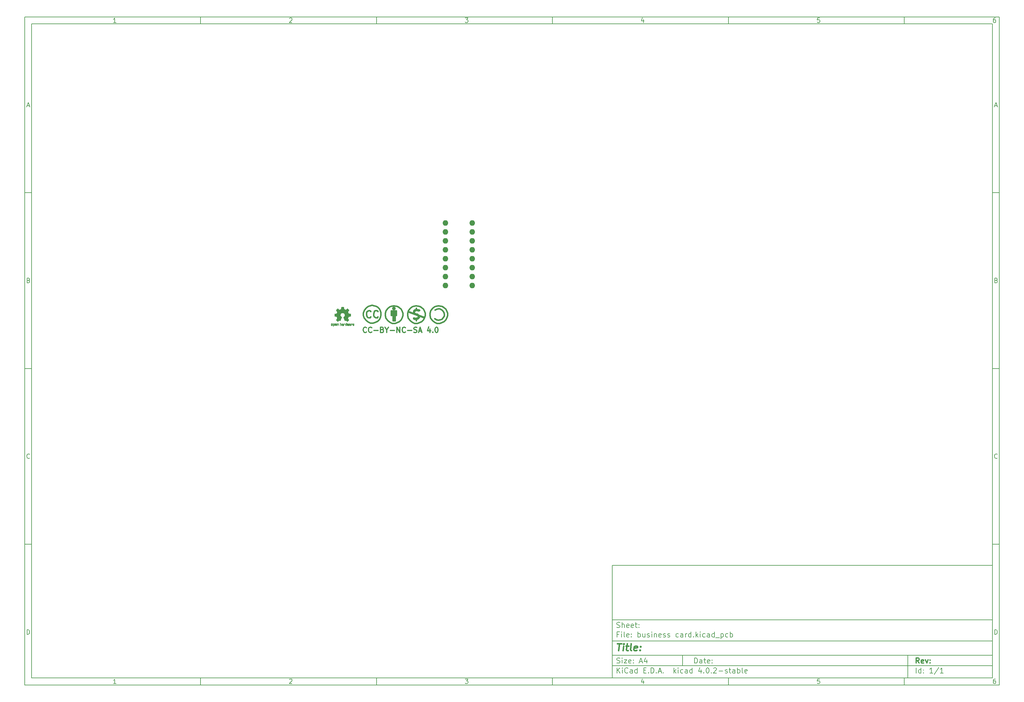
<source format=gbr>
G04 #@! TF.FileFunction,Copper,L1,Top,Signal*
%FSLAX46Y46*%
G04 Gerber Fmt 4.6, Leading zero omitted, Abs format (unit mm)*
G04 Created by KiCad (PCBNEW 4.0.2-stable) date Sunday, October 30, 2016 'PMt' 03:56:09 PM*
%MOMM*%
G01*
G04 APERTURE LIST*
%ADD10C,0.100000*%
%ADD11C,0.150000*%
%ADD12C,0.300000*%
%ADD13C,0.400000*%
%ADD14C,0.381000*%
%ADD15C,0.010000*%
%ADD16O,1.600000X1.600000*%
G04 APERTURE END LIST*
D10*
D11*
X177002200Y-166007200D02*
X177002200Y-198007200D01*
X285002200Y-198007200D01*
X285002200Y-166007200D01*
X177002200Y-166007200D01*
D10*
D11*
X10000000Y-10000000D02*
X10000000Y-200007200D01*
X287002200Y-200007200D01*
X287002200Y-10000000D01*
X10000000Y-10000000D01*
D10*
D11*
X12000000Y-12000000D02*
X12000000Y-198007200D01*
X285002200Y-198007200D01*
X285002200Y-12000000D01*
X12000000Y-12000000D01*
D10*
D11*
X60000000Y-12000000D02*
X60000000Y-10000000D01*
D10*
D11*
X110000000Y-12000000D02*
X110000000Y-10000000D01*
D10*
D11*
X160000000Y-12000000D02*
X160000000Y-10000000D01*
D10*
D11*
X210000000Y-12000000D02*
X210000000Y-10000000D01*
D10*
D11*
X260000000Y-12000000D02*
X260000000Y-10000000D01*
D10*
D11*
X35990476Y-11588095D02*
X35247619Y-11588095D01*
X35619048Y-11588095D02*
X35619048Y-10288095D01*
X35495238Y-10473810D01*
X35371429Y-10597619D01*
X35247619Y-10659524D01*
D10*
D11*
X85247619Y-10411905D02*
X85309524Y-10350000D01*
X85433333Y-10288095D01*
X85742857Y-10288095D01*
X85866667Y-10350000D01*
X85928571Y-10411905D01*
X85990476Y-10535714D01*
X85990476Y-10659524D01*
X85928571Y-10845238D01*
X85185714Y-11588095D01*
X85990476Y-11588095D01*
D10*
D11*
X135185714Y-10288095D02*
X135990476Y-10288095D01*
X135557143Y-10783333D01*
X135742857Y-10783333D01*
X135866667Y-10845238D01*
X135928571Y-10907143D01*
X135990476Y-11030952D01*
X135990476Y-11340476D01*
X135928571Y-11464286D01*
X135866667Y-11526190D01*
X135742857Y-11588095D01*
X135371429Y-11588095D01*
X135247619Y-11526190D01*
X135185714Y-11464286D01*
D10*
D11*
X185866667Y-10721429D02*
X185866667Y-11588095D01*
X185557143Y-10226190D02*
X185247619Y-11154762D01*
X186052381Y-11154762D01*
D10*
D11*
X235928571Y-10288095D02*
X235309524Y-10288095D01*
X235247619Y-10907143D01*
X235309524Y-10845238D01*
X235433333Y-10783333D01*
X235742857Y-10783333D01*
X235866667Y-10845238D01*
X235928571Y-10907143D01*
X235990476Y-11030952D01*
X235990476Y-11340476D01*
X235928571Y-11464286D01*
X235866667Y-11526190D01*
X235742857Y-11588095D01*
X235433333Y-11588095D01*
X235309524Y-11526190D01*
X235247619Y-11464286D01*
D10*
D11*
X285866667Y-10288095D02*
X285619048Y-10288095D01*
X285495238Y-10350000D01*
X285433333Y-10411905D01*
X285309524Y-10597619D01*
X285247619Y-10845238D01*
X285247619Y-11340476D01*
X285309524Y-11464286D01*
X285371429Y-11526190D01*
X285495238Y-11588095D01*
X285742857Y-11588095D01*
X285866667Y-11526190D01*
X285928571Y-11464286D01*
X285990476Y-11340476D01*
X285990476Y-11030952D01*
X285928571Y-10907143D01*
X285866667Y-10845238D01*
X285742857Y-10783333D01*
X285495238Y-10783333D01*
X285371429Y-10845238D01*
X285309524Y-10907143D01*
X285247619Y-11030952D01*
D10*
D11*
X60000000Y-198007200D02*
X60000000Y-200007200D01*
D10*
D11*
X110000000Y-198007200D02*
X110000000Y-200007200D01*
D10*
D11*
X160000000Y-198007200D02*
X160000000Y-200007200D01*
D10*
D11*
X210000000Y-198007200D02*
X210000000Y-200007200D01*
D10*
D11*
X260000000Y-198007200D02*
X260000000Y-200007200D01*
D10*
D11*
X35990476Y-199595295D02*
X35247619Y-199595295D01*
X35619048Y-199595295D02*
X35619048Y-198295295D01*
X35495238Y-198481010D01*
X35371429Y-198604819D01*
X35247619Y-198666724D01*
D10*
D11*
X85247619Y-198419105D02*
X85309524Y-198357200D01*
X85433333Y-198295295D01*
X85742857Y-198295295D01*
X85866667Y-198357200D01*
X85928571Y-198419105D01*
X85990476Y-198542914D01*
X85990476Y-198666724D01*
X85928571Y-198852438D01*
X85185714Y-199595295D01*
X85990476Y-199595295D01*
D10*
D11*
X135185714Y-198295295D02*
X135990476Y-198295295D01*
X135557143Y-198790533D01*
X135742857Y-198790533D01*
X135866667Y-198852438D01*
X135928571Y-198914343D01*
X135990476Y-199038152D01*
X135990476Y-199347676D01*
X135928571Y-199471486D01*
X135866667Y-199533390D01*
X135742857Y-199595295D01*
X135371429Y-199595295D01*
X135247619Y-199533390D01*
X135185714Y-199471486D01*
D10*
D11*
X185866667Y-198728629D02*
X185866667Y-199595295D01*
X185557143Y-198233390D02*
X185247619Y-199161962D01*
X186052381Y-199161962D01*
D10*
D11*
X235928571Y-198295295D02*
X235309524Y-198295295D01*
X235247619Y-198914343D01*
X235309524Y-198852438D01*
X235433333Y-198790533D01*
X235742857Y-198790533D01*
X235866667Y-198852438D01*
X235928571Y-198914343D01*
X235990476Y-199038152D01*
X235990476Y-199347676D01*
X235928571Y-199471486D01*
X235866667Y-199533390D01*
X235742857Y-199595295D01*
X235433333Y-199595295D01*
X235309524Y-199533390D01*
X235247619Y-199471486D01*
D10*
D11*
X285866667Y-198295295D02*
X285619048Y-198295295D01*
X285495238Y-198357200D01*
X285433333Y-198419105D01*
X285309524Y-198604819D01*
X285247619Y-198852438D01*
X285247619Y-199347676D01*
X285309524Y-199471486D01*
X285371429Y-199533390D01*
X285495238Y-199595295D01*
X285742857Y-199595295D01*
X285866667Y-199533390D01*
X285928571Y-199471486D01*
X285990476Y-199347676D01*
X285990476Y-199038152D01*
X285928571Y-198914343D01*
X285866667Y-198852438D01*
X285742857Y-198790533D01*
X285495238Y-198790533D01*
X285371429Y-198852438D01*
X285309524Y-198914343D01*
X285247619Y-199038152D01*
D10*
D11*
X10000000Y-60000000D02*
X12000000Y-60000000D01*
D10*
D11*
X10000000Y-110000000D02*
X12000000Y-110000000D01*
D10*
D11*
X10000000Y-160000000D02*
X12000000Y-160000000D01*
D10*
D11*
X10690476Y-35216667D02*
X11309524Y-35216667D01*
X10566667Y-35588095D02*
X11000000Y-34288095D01*
X11433333Y-35588095D01*
D10*
D11*
X11092857Y-84907143D02*
X11278571Y-84969048D01*
X11340476Y-85030952D01*
X11402381Y-85154762D01*
X11402381Y-85340476D01*
X11340476Y-85464286D01*
X11278571Y-85526190D01*
X11154762Y-85588095D01*
X10659524Y-85588095D01*
X10659524Y-84288095D01*
X11092857Y-84288095D01*
X11216667Y-84350000D01*
X11278571Y-84411905D01*
X11340476Y-84535714D01*
X11340476Y-84659524D01*
X11278571Y-84783333D01*
X11216667Y-84845238D01*
X11092857Y-84907143D01*
X10659524Y-84907143D01*
D10*
D11*
X11402381Y-135464286D02*
X11340476Y-135526190D01*
X11154762Y-135588095D01*
X11030952Y-135588095D01*
X10845238Y-135526190D01*
X10721429Y-135402381D01*
X10659524Y-135278571D01*
X10597619Y-135030952D01*
X10597619Y-134845238D01*
X10659524Y-134597619D01*
X10721429Y-134473810D01*
X10845238Y-134350000D01*
X11030952Y-134288095D01*
X11154762Y-134288095D01*
X11340476Y-134350000D01*
X11402381Y-134411905D01*
D10*
D11*
X10659524Y-185588095D02*
X10659524Y-184288095D01*
X10969048Y-184288095D01*
X11154762Y-184350000D01*
X11278571Y-184473810D01*
X11340476Y-184597619D01*
X11402381Y-184845238D01*
X11402381Y-185030952D01*
X11340476Y-185278571D01*
X11278571Y-185402381D01*
X11154762Y-185526190D01*
X10969048Y-185588095D01*
X10659524Y-185588095D01*
D10*
D11*
X287002200Y-60000000D02*
X285002200Y-60000000D01*
D10*
D11*
X287002200Y-110000000D02*
X285002200Y-110000000D01*
D10*
D11*
X287002200Y-160000000D02*
X285002200Y-160000000D01*
D10*
D11*
X285692676Y-35216667D02*
X286311724Y-35216667D01*
X285568867Y-35588095D02*
X286002200Y-34288095D01*
X286435533Y-35588095D01*
D10*
D11*
X286095057Y-84907143D02*
X286280771Y-84969048D01*
X286342676Y-85030952D01*
X286404581Y-85154762D01*
X286404581Y-85340476D01*
X286342676Y-85464286D01*
X286280771Y-85526190D01*
X286156962Y-85588095D01*
X285661724Y-85588095D01*
X285661724Y-84288095D01*
X286095057Y-84288095D01*
X286218867Y-84350000D01*
X286280771Y-84411905D01*
X286342676Y-84535714D01*
X286342676Y-84659524D01*
X286280771Y-84783333D01*
X286218867Y-84845238D01*
X286095057Y-84907143D01*
X285661724Y-84907143D01*
D10*
D11*
X286404581Y-135464286D02*
X286342676Y-135526190D01*
X286156962Y-135588095D01*
X286033152Y-135588095D01*
X285847438Y-135526190D01*
X285723629Y-135402381D01*
X285661724Y-135278571D01*
X285599819Y-135030952D01*
X285599819Y-134845238D01*
X285661724Y-134597619D01*
X285723629Y-134473810D01*
X285847438Y-134350000D01*
X286033152Y-134288095D01*
X286156962Y-134288095D01*
X286342676Y-134350000D01*
X286404581Y-134411905D01*
D10*
D11*
X285661724Y-185588095D02*
X285661724Y-184288095D01*
X285971248Y-184288095D01*
X286156962Y-184350000D01*
X286280771Y-184473810D01*
X286342676Y-184597619D01*
X286404581Y-184845238D01*
X286404581Y-185030952D01*
X286342676Y-185278571D01*
X286280771Y-185402381D01*
X286156962Y-185526190D01*
X285971248Y-185588095D01*
X285661724Y-185588095D01*
D10*
D11*
X200359343Y-193785771D02*
X200359343Y-192285771D01*
X200716486Y-192285771D01*
X200930771Y-192357200D01*
X201073629Y-192500057D01*
X201145057Y-192642914D01*
X201216486Y-192928629D01*
X201216486Y-193142914D01*
X201145057Y-193428629D01*
X201073629Y-193571486D01*
X200930771Y-193714343D01*
X200716486Y-193785771D01*
X200359343Y-193785771D01*
X202502200Y-193785771D02*
X202502200Y-193000057D01*
X202430771Y-192857200D01*
X202287914Y-192785771D01*
X202002200Y-192785771D01*
X201859343Y-192857200D01*
X202502200Y-193714343D02*
X202359343Y-193785771D01*
X202002200Y-193785771D01*
X201859343Y-193714343D01*
X201787914Y-193571486D01*
X201787914Y-193428629D01*
X201859343Y-193285771D01*
X202002200Y-193214343D01*
X202359343Y-193214343D01*
X202502200Y-193142914D01*
X203002200Y-192785771D02*
X203573629Y-192785771D01*
X203216486Y-192285771D02*
X203216486Y-193571486D01*
X203287914Y-193714343D01*
X203430772Y-193785771D01*
X203573629Y-193785771D01*
X204645057Y-193714343D02*
X204502200Y-193785771D01*
X204216486Y-193785771D01*
X204073629Y-193714343D01*
X204002200Y-193571486D01*
X204002200Y-193000057D01*
X204073629Y-192857200D01*
X204216486Y-192785771D01*
X204502200Y-192785771D01*
X204645057Y-192857200D01*
X204716486Y-193000057D01*
X204716486Y-193142914D01*
X204002200Y-193285771D01*
X205359343Y-193642914D02*
X205430771Y-193714343D01*
X205359343Y-193785771D01*
X205287914Y-193714343D01*
X205359343Y-193642914D01*
X205359343Y-193785771D01*
X205359343Y-192857200D02*
X205430771Y-192928629D01*
X205359343Y-193000057D01*
X205287914Y-192928629D01*
X205359343Y-192857200D01*
X205359343Y-193000057D01*
D10*
D11*
X177002200Y-194507200D02*
X285002200Y-194507200D01*
D10*
D11*
X178359343Y-196585771D02*
X178359343Y-195085771D01*
X179216486Y-196585771D02*
X178573629Y-195728629D01*
X179216486Y-195085771D02*
X178359343Y-195942914D01*
X179859343Y-196585771D02*
X179859343Y-195585771D01*
X179859343Y-195085771D02*
X179787914Y-195157200D01*
X179859343Y-195228629D01*
X179930771Y-195157200D01*
X179859343Y-195085771D01*
X179859343Y-195228629D01*
X181430772Y-196442914D02*
X181359343Y-196514343D01*
X181145057Y-196585771D01*
X181002200Y-196585771D01*
X180787915Y-196514343D01*
X180645057Y-196371486D01*
X180573629Y-196228629D01*
X180502200Y-195942914D01*
X180502200Y-195728629D01*
X180573629Y-195442914D01*
X180645057Y-195300057D01*
X180787915Y-195157200D01*
X181002200Y-195085771D01*
X181145057Y-195085771D01*
X181359343Y-195157200D01*
X181430772Y-195228629D01*
X182716486Y-196585771D02*
X182716486Y-195800057D01*
X182645057Y-195657200D01*
X182502200Y-195585771D01*
X182216486Y-195585771D01*
X182073629Y-195657200D01*
X182716486Y-196514343D02*
X182573629Y-196585771D01*
X182216486Y-196585771D01*
X182073629Y-196514343D01*
X182002200Y-196371486D01*
X182002200Y-196228629D01*
X182073629Y-196085771D01*
X182216486Y-196014343D01*
X182573629Y-196014343D01*
X182716486Y-195942914D01*
X184073629Y-196585771D02*
X184073629Y-195085771D01*
X184073629Y-196514343D02*
X183930772Y-196585771D01*
X183645058Y-196585771D01*
X183502200Y-196514343D01*
X183430772Y-196442914D01*
X183359343Y-196300057D01*
X183359343Y-195871486D01*
X183430772Y-195728629D01*
X183502200Y-195657200D01*
X183645058Y-195585771D01*
X183930772Y-195585771D01*
X184073629Y-195657200D01*
X185930772Y-195800057D02*
X186430772Y-195800057D01*
X186645058Y-196585771D02*
X185930772Y-196585771D01*
X185930772Y-195085771D01*
X186645058Y-195085771D01*
X187287915Y-196442914D02*
X187359343Y-196514343D01*
X187287915Y-196585771D01*
X187216486Y-196514343D01*
X187287915Y-196442914D01*
X187287915Y-196585771D01*
X188002201Y-196585771D02*
X188002201Y-195085771D01*
X188359344Y-195085771D01*
X188573629Y-195157200D01*
X188716487Y-195300057D01*
X188787915Y-195442914D01*
X188859344Y-195728629D01*
X188859344Y-195942914D01*
X188787915Y-196228629D01*
X188716487Y-196371486D01*
X188573629Y-196514343D01*
X188359344Y-196585771D01*
X188002201Y-196585771D01*
X189502201Y-196442914D02*
X189573629Y-196514343D01*
X189502201Y-196585771D01*
X189430772Y-196514343D01*
X189502201Y-196442914D01*
X189502201Y-196585771D01*
X190145058Y-196157200D02*
X190859344Y-196157200D01*
X190002201Y-196585771D02*
X190502201Y-195085771D01*
X191002201Y-196585771D01*
X191502201Y-196442914D02*
X191573629Y-196514343D01*
X191502201Y-196585771D01*
X191430772Y-196514343D01*
X191502201Y-196442914D01*
X191502201Y-196585771D01*
X194502201Y-196585771D02*
X194502201Y-195085771D01*
X194645058Y-196014343D02*
X195073629Y-196585771D01*
X195073629Y-195585771D02*
X194502201Y-196157200D01*
X195716487Y-196585771D02*
X195716487Y-195585771D01*
X195716487Y-195085771D02*
X195645058Y-195157200D01*
X195716487Y-195228629D01*
X195787915Y-195157200D01*
X195716487Y-195085771D01*
X195716487Y-195228629D01*
X197073630Y-196514343D02*
X196930773Y-196585771D01*
X196645059Y-196585771D01*
X196502201Y-196514343D01*
X196430773Y-196442914D01*
X196359344Y-196300057D01*
X196359344Y-195871486D01*
X196430773Y-195728629D01*
X196502201Y-195657200D01*
X196645059Y-195585771D01*
X196930773Y-195585771D01*
X197073630Y-195657200D01*
X198359344Y-196585771D02*
X198359344Y-195800057D01*
X198287915Y-195657200D01*
X198145058Y-195585771D01*
X197859344Y-195585771D01*
X197716487Y-195657200D01*
X198359344Y-196514343D02*
X198216487Y-196585771D01*
X197859344Y-196585771D01*
X197716487Y-196514343D01*
X197645058Y-196371486D01*
X197645058Y-196228629D01*
X197716487Y-196085771D01*
X197859344Y-196014343D01*
X198216487Y-196014343D01*
X198359344Y-195942914D01*
X199716487Y-196585771D02*
X199716487Y-195085771D01*
X199716487Y-196514343D02*
X199573630Y-196585771D01*
X199287916Y-196585771D01*
X199145058Y-196514343D01*
X199073630Y-196442914D01*
X199002201Y-196300057D01*
X199002201Y-195871486D01*
X199073630Y-195728629D01*
X199145058Y-195657200D01*
X199287916Y-195585771D01*
X199573630Y-195585771D01*
X199716487Y-195657200D01*
X202216487Y-195585771D02*
X202216487Y-196585771D01*
X201859344Y-195014343D02*
X201502201Y-196085771D01*
X202430773Y-196085771D01*
X203002201Y-196442914D02*
X203073629Y-196514343D01*
X203002201Y-196585771D01*
X202930772Y-196514343D01*
X203002201Y-196442914D01*
X203002201Y-196585771D01*
X204002201Y-195085771D02*
X204145058Y-195085771D01*
X204287915Y-195157200D01*
X204359344Y-195228629D01*
X204430773Y-195371486D01*
X204502201Y-195657200D01*
X204502201Y-196014343D01*
X204430773Y-196300057D01*
X204359344Y-196442914D01*
X204287915Y-196514343D01*
X204145058Y-196585771D01*
X204002201Y-196585771D01*
X203859344Y-196514343D01*
X203787915Y-196442914D01*
X203716487Y-196300057D01*
X203645058Y-196014343D01*
X203645058Y-195657200D01*
X203716487Y-195371486D01*
X203787915Y-195228629D01*
X203859344Y-195157200D01*
X204002201Y-195085771D01*
X205145058Y-196442914D02*
X205216486Y-196514343D01*
X205145058Y-196585771D01*
X205073629Y-196514343D01*
X205145058Y-196442914D01*
X205145058Y-196585771D01*
X205787915Y-195228629D02*
X205859344Y-195157200D01*
X206002201Y-195085771D01*
X206359344Y-195085771D01*
X206502201Y-195157200D01*
X206573630Y-195228629D01*
X206645058Y-195371486D01*
X206645058Y-195514343D01*
X206573630Y-195728629D01*
X205716487Y-196585771D01*
X206645058Y-196585771D01*
X207287915Y-196014343D02*
X208430772Y-196014343D01*
X209073629Y-196514343D02*
X209216486Y-196585771D01*
X209502201Y-196585771D01*
X209645058Y-196514343D01*
X209716486Y-196371486D01*
X209716486Y-196300057D01*
X209645058Y-196157200D01*
X209502201Y-196085771D01*
X209287915Y-196085771D01*
X209145058Y-196014343D01*
X209073629Y-195871486D01*
X209073629Y-195800057D01*
X209145058Y-195657200D01*
X209287915Y-195585771D01*
X209502201Y-195585771D01*
X209645058Y-195657200D01*
X210145058Y-195585771D02*
X210716487Y-195585771D01*
X210359344Y-195085771D02*
X210359344Y-196371486D01*
X210430772Y-196514343D01*
X210573630Y-196585771D01*
X210716487Y-196585771D01*
X211859344Y-196585771D02*
X211859344Y-195800057D01*
X211787915Y-195657200D01*
X211645058Y-195585771D01*
X211359344Y-195585771D01*
X211216487Y-195657200D01*
X211859344Y-196514343D02*
X211716487Y-196585771D01*
X211359344Y-196585771D01*
X211216487Y-196514343D01*
X211145058Y-196371486D01*
X211145058Y-196228629D01*
X211216487Y-196085771D01*
X211359344Y-196014343D01*
X211716487Y-196014343D01*
X211859344Y-195942914D01*
X212573630Y-196585771D02*
X212573630Y-195085771D01*
X212573630Y-195657200D02*
X212716487Y-195585771D01*
X213002201Y-195585771D01*
X213145058Y-195657200D01*
X213216487Y-195728629D01*
X213287916Y-195871486D01*
X213287916Y-196300057D01*
X213216487Y-196442914D01*
X213145058Y-196514343D01*
X213002201Y-196585771D01*
X212716487Y-196585771D01*
X212573630Y-196514343D01*
X214145059Y-196585771D02*
X214002201Y-196514343D01*
X213930773Y-196371486D01*
X213930773Y-195085771D01*
X215287915Y-196514343D02*
X215145058Y-196585771D01*
X214859344Y-196585771D01*
X214716487Y-196514343D01*
X214645058Y-196371486D01*
X214645058Y-195800057D01*
X214716487Y-195657200D01*
X214859344Y-195585771D01*
X215145058Y-195585771D01*
X215287915Y-195657200D01*
X215359344Y-195800057D01*
X215359344Y-195942914D01*
X214645058Y-196085771D01*
D10*
D11*
X177002200Y-191507200D02*
X285002200Y-191507200D01*
D10*
D12*
X264216486Y-193785771D02*
X263716486Y-193071486D01*
X263359343Y-193785771D02*
X263359343Y-192285771D01*
X263930771Y-192285771D01*
X264073629Y-192357200D01*
X264145057Y-192428629D01*
X264216486Y-192571486D01*
X264216486Y-192785771D01*
X264145057Y-192928629D01*
X264073629Y-193000057D01*
X263930771Y-193071486D01*
X263359343Y-193071486D01*
X265430771Y-193714343D02*
X265287914Y-193785771D01*
X265002200Y-193785771D01*
X264859343Y-193714343D01*
X264787914Y-193571486D01*
X264787914Y-193000057D01*
X264859343Y-192857200D01*
X265002200Y-192785771D01*
X265287914Y-192785771D01*
X265430771Y-192857200D01*
X265502200Y-193000057D01*
X265502200Y-193142914D01*
X264787914Y-193285771D01*
X266002200Y-192785771D02*
X266359343Y-193785771D01*
X266716485Y-192785771D01*
X267287914Y-193642914D02*
X267359342Y-193714343D01*
X267287914Y-193785771D01*
X267216485Y-193714343D01*
X267287914Y-193642914D01*
X267287914Y-193785771D01*
X267287914Y-192857200D02*
X267359342Y-192928629D01*
X267287914Y-193000057D01*
X267216485Y-192928629D01*
X267287914Y-192857200D01*
X267287914Y-193000057D01*
D10*
D11*
X178287914Y-193714343D02*
X178502200Y-193785771D01*
X178859343Y-193785771D01*
X179002200Y-193714343D01*
X179073629Y-193642914D01*
X179145057Y-193500057D01*
X179145057Y-193357200D01*
X179073629Y-193214343D01*
X179002200Y-193142914D01*
X178859343Y-193071486D01*
X178573629Y-193000057D01*
X178430771Y-192928629D01*
X178359343Y-192857200D01*
X178287914Y-192714343D01*
X178287914Y-192571486D01*
X178359343Y-192428629D01*
X178430771Y-192357200D01*
X178573629Y-192285771D01*
X178930771Y-192285771D01*
X179145057Y-192357200D01*
X179787914Y-193785771D02*
X179787914Y-192785771D01*
X179787914Y-192285771D02*
X179716485Y-192357200D01*
X179787914Y-192428629D01*
X179859342Y-192357200D01*
X179787914Y-192285771D01*
X179787914Y-192428629D01*
X180359343Y-192785771D02*
X181145057Y-192785771D01*
X180359343Y-193785771D01*
X181145057Y-193785771D01*
X182287914Y-193714343D02*
X182145057Y-193785771D01*
X181859343Y-193785771D01*
X181716486Y-193714343D01*
X181645057Y-193571486D01*
X181645057Y-193000057D01*
X181716486Y-192857200D01*
X181859343Y-192785771D01*
X182145057Y-192785771D01*
X182287914Y-192857200D01*
X182359343Y-193000057D01*
X182359343Y-193142914D01*
X181645057Y-193285771D01*
X183002200Y-193642914D02*
X183073628Y-193714343D01*
X183002200Y-193785771D01*
X182930771Y-193714343D01*
X183002200Y-193642914D01*
X183002200Y-193785771D01*
X183002200Y-192857200D02*
X183073628Y-192928629D01*
X183002200Y-193000057D01*
X182930771Y-192928629D01*
X183002200Y-192857200D01*
X183002200Y-193000057D01*
X184787914Y-193357200D02*
X185502200Y-193357200D01*
X184645057Y-193785771D02*
X185145057Y-192285771D01*
X185645057Y-193785771D01*
X186787914Y-192785771D02*
X186787914Y-193785771D01*
X186430771Y-192214343D02*
X186073628Y-193285771D01*
X187002200Y-193285771D01*
D10*
D11*
X263359343Y-196585771D02*
X263359343Y-195085771D01*
X264716486Y-196585771D02*
X264716486Y-195085771D01*
X264716486Y-196514343D02*
X264573629Y-196585771D01*
X264287915Y-196585771D01*
X264145057Y-196514343D01*
X264073629Y-196442914D01*
X264002200Y-196300057D01*
X264002200Y-195871486D01*
X264073629Y-195728629D01*
X264145057Y-195657200D01*
X264287915Y-195585771D01*
X264573629Y-195585771D01*
X264716486Y-195657200D01*
X265430772Y-196442914D02*
X265502200Y-196514343D01*
X265430772Y-196585771D01*
X265359343Y-196514343D01*
X265430772Y-196442914D01*
X265430772Y-196585771D01*
X265430772Y-195657200D02*
X265502200Y-195728629D01*
X265430772Y-195800057D01*
X265359343Y-195728629D01*
X265430772Y-195657200D01*
X265430772Y-195800057D01*
X268073629Y-196585771D02*
X267216486Y-196585771D01*
X267645058Y-196585771D02*
X267645058Y-195085771D01*
X267502201Y-195300057D01*
X267359343Y-195442914D01*
X267216486Y-195514343D01*
X269787914Y-195014343D02*
X268502200Y-196942914D01*
X271073629Y-196585771D02*
X270216486Y-196585771D01*
X270645058Y-196585771D02*
X270645058Y-195085771D01*
X270502201Y-195300057D01*
X270359343Y-195442914D01*
X270216486Y-195514343D01*
D10*
D11*
X177002200Y-187507200D02*
X285002200Y-187507200D01*
D10*
D13*
X178454581Y-188211962D02*
X179597438Y-188211962D01*
X178776010Y-190211962D02*
X179026010Y-188211962D01*
X180014105Y-190211962D02*
X180180771Y-188878629D01*
X180264105Y-188211962D02*
X180156962Y-188307200D01*
X180240295Y-188402438D01*
X180347439Y-188307200D01*
X180264105Y-188211962D01*
X180240295Y-188402438D01*
X180847438Y-188878629D02*
X181609343Y-188878629D01*
X181216486Y-188211962D02*
X181002200Y-189926248D01*
X181073630Y-190116724D01*
X181252201Y-190211962D01*
X181442677Y-190211962D01*
X182395058Y-190211962D02*
X182216487Y-190116724D01*
X182145057Y-189926248D01*
X182359343Y-188211962D01*
X183930772Y-190116724D02*
X183728391Y-190211962D01*
X183347439Y-190211962D01*
X183168867Y-190116724D01*
X183097438Y-189926248D01*
X183192676Y-189164343D01*
X183311724Y-188973867D01*
X183514105Y-188878629D01*
X183895057Y-188878629D01*
X184073629Y-188973867D01*
X184145057Y-189164343D01*
X184121248Y-189354819D01*
X183145057Y-189545295D01*
X184895057Y-190021486D02*
X184978392Y-190116724D01*
X184871248Y-190211962D01*
X184787915Y-190116724D01*
X184895057Y-190021486D01*
X184871248Y-190211962D01*
X185026010Y-188973867D02*
X185109344Y-189069105D01*
X185002200Y-189164343D01*
X184918867Y-189069105D01*
X185026010Y-188973867D01*
X185002200Y-189164343D01*
D10*
D11*
X178859343Y-185600057D02*
X178359343Y-185600057D01*
X178359343Y-186385771D02*
X178359343Y-184885771D01*
X179073629Y-184885771D01*
X179645057Y-186385771D02*
X179645057Y-185385771D01*
X179645057Y-184885771D02*
X179573628Y-184957200D01*
X179645057Y-185028629D01*
X179716485Y-184957200D01*
X179645057Y-184885771D01*
X179645057Y-185028629D01*
X180573629Y-186385771D02*
X180430771Y-186314343D01*
X180359343Y-186171486D01*
X180359343Y-184885771D01*
X181716485Y-186314343D02*
X181573628Y-186385771D01*
X181287914Y-186385771D01*
X181145057Y-186314343D01*
X181073628Y-186171486D01*
X181073628Y-185600057D01*
X181145057Y-185457200D01*
X181287914Y-185385771D01*
X181573628Y-185385771D01*
X181716485Y-185457200D01*
X181787914Y-185600057D01*
X181787914Y-185742914D01*
X181073628Y-185885771D01*
X182430771Y-186242914D02*
X182502199Y-186314343D01*
X182430771Y-186385771D01*
X182359342Y-186314343D01*
X182430771Y-186242914D01*
X182430771Y-186385771D01*
X182430771Y-185457200D02*
X182502199Y-185528629D01*
X182430771Y-185600057D01*
X182359342Y-185528629D01*
X182430771Y-185457200D01*
X182430771Y-185600057D01*
X184287914Y-186385771D02*
X184287914Y-184885771D01*
X184287914Y-185457200D02*
X184430771Y-185385771D01*
X184716485Y-185385771D01*
X184859342Y-185457200D01*
X184930771Y-185528629D01*
X185002200Y-185671486D01*
X185002200Y-186100057D01*
X184930771Y-186242914D01*
X184859342Y-186314343D01*
X184716485Y-186385771D01*
X184430771Y-186385771D01*
X184287914Y-186314343D01*
X186287914Y-185385771D02*
X186287914Y-186385771D01*
X185645057Y-185385771D02*
X185645057Y-186171486D01*
X185716485Y-186314343D01*
X185859343Y-186385771D01*
X186073628Y-186385771D01*
X186216485Y-186314343D01*
X186287914Y-186242914D01*
X186930771Y-186314343D02*
X187073628Y-186385771D01*
X187359343Y-186385771D01*
X187502200Y-186314343D01*
X187573628Y-186171486D01*
X187573628Y-186100057D01*
X187502200Y-185957200D01*
X187359343Y-185885771D01*
X187145057Y-185885771D01*
X187002200Y-185814343D01*
X186930771Y-185671486D01*
X186930771Y-185600057D01*
X187002200Y-185457200D01*
X187145057Y-185385771D01*
X187359343Y-185385771D01*
X187502200Y-185457200D01*
X188216486Y-186385771D02*
X188216486Y-185385771D01*
X188216486Y-184885771D02*
X188145057Y-184957200D01*
X188216486Y-185028629D01*
X188287914Y-184957200D01*
X188216486Y-184885771D01*
X188216486Y-185028629D01*
X188930772Y-185385771D02*
X188930772Y-186385771D01*
X188930772Y-185528629D02*
X189002200Y-185457200D01*
X189145058Y-185385771D01*
X189359343Y-185385771D01*
X189502200Y-185457200D01*
X189573629Y-185600057D01*
X189573629Y-186385771D01*
X190859343Y-186314343D02*
X190716486Y-186385771D01*
X190430772Y-186385771D01*
X190287915Y-186314343D01*
X190216486Y-186171486D01*
X190216486Y-185600057D01*
X190287915Y-185457200D01*
X190430772Y-185385771D01*
X190716486Y-185385771D01*
X190859343Y-185457200D01*
X190930772Y-185600057D01*
X190930772Y-185742914D01*
X190216486Y-185885771D01*
X191502200Y-186314343D02*
X191645057Y-186385771D01*
X191930772Y-186385771D01*
X192073629Y-186314343D01*
X192145057Y-186171486D01*
X192145057Y-186100057D01*
X192073629Y-185957200D01*
X191930772Y-185885771D01*
X191716486Y-185885771D01*
X191573629Y-185814343D01*
X191502200Y-185671486D01*
X191502200Y-185600057D01*
X191573629Y-185457200D01*
X191716486Y-185385771D01*
X191930772Y-185385771D01*
X192073629Y-185457200D01*
X192716486Y-186314343D02*
X192859343Y-186385771D01*
X193145058Y-186385771D01*
X193287915Y-186314343D01*
X193359343Y-186171486D01*
X193359343Y-186100057D01*
X193287915Y-185957200D01*
X193145058Y-185885771D01*
X192930772Y-185885771D01*
X192787915Y-185814343D01*
X192716486Y-185671486D01*
X192716486Y-185600057D01*
X192787915Y-185457200D01*
X192930772Y-185385771D01*
X193145058Y-185385771D01*
X193287915Y-185457200D01*
X195787915Y-186314343D02*
X195645058Y-186385771D01*
X195359344Y-186385771D01*
X195216486Y-186314343D01*
X195145058Y-186242914D01*
X195073629Y-186100057D01*
X195073629Y-185671486D01*
X195145058Y-185528629D01*
X195216486Y-185457200D01*
X195359344Y-185385771D01*
X195645058Y-185385771D01*
X195787915Y-185457200D01*
X197073629Y-186385771D02*
X197073629Y-185600057D01*
X197002200Y-185457200D01*
X196859343Y-185385771D01*
X196573629Y-185385771D01*
X196430772Y-185457200D01*
X197073629Y-186314343D02*
X196930772Y-186385771D01*
X196573629Y-186385771D01*
X196430772Y-186314343D01*
X196359343Y-186171486D01*
X196359343Y-186028629D01*
X196430772Y-185885771D01*
X196573629Y-185814343D01*
X196930772Y-185814343D01*
X197073629Y-185742914D01*
X197787915Y-186385771D02*
X197787915Y-185385771D01*
X197787915Y-185671486D02*
X197859343Y-185528629D01*
X197930772Y-185457200D01*
X198073629Y-185385771D01*
X198216486Y-185385771D01*
X199359343Y-186385771D02*
X199359343Y-184885771D01*
X199359343Y-186314343D02*
X199216486Y-186385771D01*
X198930772Y-186385771D01*
X198787914Y-186314343D01*
X198716486Y-186242914D01*
X198645057Y-186100057D01*
X198645057Y-185671486D01*
X198716486Y-185528629D01*
X198787914Y-185457200D01*
X198930772Y-185385771D01*
X199216486Y-185385771D01*
X199359343Y-185457200D01*
X200073629Y-186242914D02*
X200145057Y-186314343D01*
X200073629Y-186385771D01*
X200002200Y-186314343D01*
X200073629Y-186242914D01*
X200073629Y-186385771D01*
X200787915Y-186385771D02*
X200787915Y-184885771D01*
X200930772Y-185814343D02*
X201359343Y-186385771D01*
X201359343Y-185385771D02*
X200787915Y-185957200D01*
X202002201Y-186385771D02*
X202002201Y-185385771D01*
X202002201Y-184885771D02*
X201930772Y-184957200D01*
X202002201Y-185028629D01*
X202073629Y-184957200D01*
X202002201Y-184885771D01*
X202002201Y-185028629D01*
X203359344Y-186314343D02*
X203216487Y-186385771D01*
X202930773Y-186385771D01*
X202787915Y-186314343D01*
X202716487Y-186242914D01*
X202645058Y-186100057D01*
X202645058Y-185671486D01*
X202716487Y-185528629D01*
X202787915Y-185457200D01*
X202930773Y-185385771D01*
X203216487Y-185385771D01*
X203359344Y-185457200D01*
X204645058Y-186385771D02*
X204645058Y-185600057D01*
X204573629Y-185457200D01*
X204430772Y-185385771D01*
X204145058Y-185385771D01*
X204002201Y-185457200D01*
X204645058Y-186314343D02*
X204502201Y-186385771D01*
X204145058Y-186385771D01*
X204002201Y-186314343D01*
X203930772Y-186171486D01*
X203930772Y-186028629D01*
X204002201Y-185885771D01*
X204145058Y-185814343D01*
X204502201Y-185814343D01*
X204645058Y-185742914D01*
X206002201Y-186385771D02*
X206002201Y-184885771D01*
X206002201Y-186314343D02*
X205859344Y-186385771D01*
X205573630Y-186385771D01*
X205430772Y-186314343D01*
X205359344Y-186242914D01*
X205287915Y-186100057D01*
X205287915Y-185671486D01*
X205359344Y-185528629D01*
X205430772Y-185457200D01*
X205573630Y-185385771D01*
X205859344Y-185385771D01*
X206002201Y-185457200D01*
X206359344Y-186528629D02*
X207502201Y-186528629D01*
X207859344Y-185385771D02*
X207859344Y-186885771D01*
X207859344Y-185457200D02*
X208002201Y-185385771D01*
X208287915Y-185385771D01*
X208430772Y-185457200D01*
X208502201Y-185528629D01*
X208573630Y-185671486D01*
X208573630Y-186100057D01*
X208502201Y-186242914D01*
X208430772Y-186314343D01*
X208287915Y-186385771D01*
X208002201Y-186385771D01*
X207859344Y-186314343D01*
X209859344Y-186314343D02*
X209716487Y-186385771D01*
X209430773Y-186385771D01*
X209287915Y-186314343D01*
X209216487Y-186242914D01*
X209145058Y-186100057D01*
X209145058Y-185671486D01*
X209216487Y-185528629D01*
X209287915Y-185457200D01*
X209430773Y-185385771D01*
X209716487Y-185385771D01*
X209859344Y-185457200D01*
X210502201Y-186385771D02*
X210502201Y-184885771D01*
X210502201Y-185457200D02*
X210645058Y-185385771D01*
X210930772Y-185385771D01*
X211073629Y-185457200D01*
X211145058Y-185528629D01*
X211216487Y-185671486D01*
X211216487Y-186100057D01*
X211145058Y-186242914D01*
X211073629Y-186314343D01*
X210930772Y-186385771D01*
X210645058Y-186385771D01*
X210502201Y-186314343D01*
D10*
D11*
X177002200Y-181507200D02*
X285002200Y-181507200D01*
D10*
D11*
X178287914Y-183614343D02*
X178502200Y-183685771D01*
X178859343Y-183685771D01*
X179002200Y-183614343D01*
X179073629Y-183542914D01*
X179145057Y-183400057D01*
X179145057Y-183257200D01*
X179073629Y-183114343D01*
X179002200Y-183042914D01*
X178859343Y-182971486D01*
X178573629Y-182900057D01*
X178430771Y-182828629D01*
X178359343Y-182757200D01*
X178287914Y-182614343D01*
X178287914Y-182471486D01*
X178359343Y-182328629D01*
X178430771Y-182257200D01*
X178573629Y-182185771D01*
X178930771Y-182185771D01*
X179145057Y-182257200D01*
X179787914Y-183685771D02*
X179787914Y-182185771D01*
X180430771Y-183685771D02*
X180430771Y-182900057D01*
X180359342Y-182757200D01*
X180216485Y-182685771D01*
X180002200Y-182685771D01*
X179859342Y-182757200D01*
X179787914Y-182828629D01*
X181716485Y-183614343D02*
X181573628Y-183685771D01*
X181287914Y-183685771D01*
X181145057Y-183614343D01*
X181073628Y-183471486D01*
X181073628Y-182900057D01*
X181145057Y-182757200D01*
X181287914Y-182685771D01*
X181573628Y-182685771D01*
X181716485Y-182757200D01*
X181787914Y-182900057D01*
X181787914Y-183042914D01*
X181073628Y-183185771D01*
X183002199Y-183614343D02*
X182859342Y-183685771D01*
X182573628Y-183685771D01*
X182430771Y-183614343D01*
X182359342Y-183471486D01*
X182359342Y-182900057D01*
X182430771Y-182757200D01*
X182573628Y-182685771D01*
X182859342Y-182685771D01*
X183002199Y-182757200D01*
X183073628Y-182900057D01*
X183073628Y-183042914D01*
X182359342Y-183185771D01*
X183502199Y-182685771D02*
X184073628Y-182685771D01*
X183716485Y-182185771D02*
X183716485Y-183471486D01*
X183787913Y-183614343D01*
X183930771Y-183685771D01*
X184073628Y-183685771D01*
X184573628Y-183542914D02*
X184645056Y-183614343D01*
X184573628Y-183685771D01*
X184502199Y-183614343D01*
X184573628Y-183542914D01*
X184573628Y-183685771D01*
X184573628Y-182757200D02*
X184645056Y-182828629D01*
X184573628Y-182900057D01*
X184502199Y-182828629D01*
X184573628Y-182757200D01*
X184573628Y-182900057D01*
D10*
D11*
X197002200Y-191507200D02*
X197002200Y-194507200D01*
D10*
D11*
X261002200Y-191507200D02*
X261002200Y-198007200D01*
D12*
X107125715Y-99595714D02*
X107054286Y-99667143D01*
X106840000Y-99738571D01*
X106697143Y-99738571D01*
X106482858Y-99667143D01*
X106340000Y-99524286D01*
X106268572Y-99381429D01*
X106197143Y-99095714D01*
X106197143Y-98881429D01*
X106268572Y-98595714D01*
X106340000Y-98452857D01*
X106482858Y-98310000D01*
X106697143Y-98238571D01*
X106840000Y-98238571D01*
X107054286Y-98310000D01*
X107125715Y-98381429D01*
X108625715Y-99595714D02*
X108554286Y-99667143D01*
X108340000Y-99738571D01*
X108197143Y-99738571D01*
X107982858Y-99667143D01*
X107840000Y-99524286D01*
X107768572Y-99381429D01*
X107697143Y-99095714D01*
X107697143Y-98881429D01*
X107768572Y-98595714D01*
X107840000Y-98452857D01*
X107982858Y-98310000D01*
X108197143Y-98238571D01*
X108340000Y-98238571D01*
X108554286Y-98310000D01*
X108625715Y-98381429D01*
X109268572Y-99167143D02*
X110411429Y-99167143D01*
X111625715Y-98952857D02*
X111840001Y-99024286D01*
X111911429Y-99095714D01*
X111982858Y-99238571D01*
X111982858Y-99452857D01*
X111911429Y-99595714D01*
X111840001Y-99667143D01*
X111697143Y-99738571D01*
X111125715Y-99738571D01*
X111125715Y-98238571D01*
X111625715Y-98238571D01*
X111768572Y-98310000D01*
X111840001Y-98381429D01*
X111911429Y-98524286D01*
X111911429Y-98667143D01*
X111840001Y-98810000D01*
X111768572Y-98881429D01*
X111625715Y-98952857D01*
X111125715Y-98952857D01*
X112911429Y-99024286D02*
X112911429Y-99738571D01*
X112411429Y-98238571D02*
X112911429Y-99024286D01*
X113411429Y-98238571D01*
X113911429Y-99167143D02*
X115054286Y-99167143D01*
X115768572Y-99738571D02*
X115768572Y-98238571D01*
X116625715Y-99738571D01*
X116625715Y-98238571D01*
X118197144Y-99595714D02*
X118125715Y-99667143D01*
X117911429Y-99738571D01*
X117768572Y-99738571D01*
X117554287Y-99667143D01*
X117411429Y-99524286D01*
X117340001Y-99381429D01*
X117268572Y-99095714D01*
X117268572Y-98881429D01*
X117340001Y-98595714D01*
X117411429Y-98452857D01*
X117554287Y-98310000D01*
X117768572Y-98238571D01*
X117911429Y-98238571D01*
X118125715Y-98310000D01*
X118197144Y-98381429D01*
X118840001Y-99167143D02*
X119982858Y-99167143D01*
X120625715Y-99667143D02*
X120840001Y-99738571D01*
X121197144Y-99738571D01*
X121340001Y-99667143D01*
X121411430Y-99595714D01*
X121482858Y-99452857D01*
X121482858Y-99310000D01*
X121411430Y-99167143D01*
X121340001Y-99095714D01*
X121197144Y-99024286D01*
X120911430Y-98952857D01*
X120768572Y-98881429D01*
X120697144Y-98810000D01*
X120625715Y-98667143D01*
X120625715Y-98524286D01*
X120697144Y-98381429D01*
X120768572Y-98310000D01*
X120911430Y-98238571D01*
X121268572Y-98238571D01*
X121482858Y-98310000D01*
X122054286Y-99310000D02*
X122768572Y-99310000D01*
X121911429Y-99738571D02*
X122411429Y-98238571D01*
X122911429Y-99738571D01*
X125197143Y-98738571D02*
X125197143Y-99738571D01*
X124840000Y-98167143D02*
X124482857Y-99238571D01*
X125411429Y-99238571D01*
X125982857Y-99595714D02*
X126054285Y-99667143D01*
X125982857Y-99738571D01*
X125911428Y-99667143D01*
X125982857Y-99595714D01*
X125982857Y-99738571D01*
X126982857Y-98238571D02*
X127125714Y-98238571D01*
X127268571Y-98310000D01*
X127340000Y-98381429D01*
X127411429Y-98524286D01*
X127482857Y-98810000D01*
X127482857Y-99167143D01*
X127411429Y-99452857D01*
X127340000Y-99595714D01*
X127268571Y-99667143D01*
X127125714Y-99738571D01*
X126982857Y-99738571D01*
X126840000Y-99667143D01*
X126768571Y-99595714D01*
X126697143Y-99452857D01*
X126625714Y-99167143D01*
X126625714Y-98810000D01*
X126697143Y-98524286D01*
X126768571Y-98381429D01*
X126840000Y-98310000D01*
X126982857Y-98238571D01*
D14*
X114935000Y-92715080D02*
X114935000Y-93113860D01*
X114233960Y-93913960D02*
X115534440Y-93913960D01*
X115435380Y-94216220D02*
X114233960Y-94216220D01*
X114134900Y-94515940D02*
X115435380Y-94515940D01*
X114935000Y-94914720D02*
X114935000Y-96215200D01*
X115034060Y-96415860D02*
X115234720Y-96415860D01*
X115234720Y-96415860D02*
X115234720Y-94815660D01*
X114635280Y-94914720D02*
X114635280Y-96415860D01*
X114635280Y-96415860D02*
X115135660Y-96415860D01*
X114134900Y-93614240D02*
X115636040Y-93614240D01*
X115636040Y-93614240D02*
X115636040Y-94815660D01*
X115636040Y-94815660D02*
X114134900Y-94815660D01*
X114134900Y-94815660D02*
X114134900Y-93614240D01*
X115250666Y-92915740D02*
G75*
G03X115250666Y-92915740I-315666J0D01*
G01*
X114935000Y-92115640D02*
X114835940Y-92115640D01*
X114835940Y-92115640D02*
X114233960Y-92214700D01*
X114233960Y-92214700D02*
X113736120Y-92415360D01*
X113736120Y-92415360D02*
X113235740Y-92814140D01*
X113235740Y-92814140D02*
X112735360Y-93416120D01*
X112735360Y-93416120D02*
X112534700Y-93814900D01*
X112534700Y-93814900D02*
X112435640Y-94315280D01*
X112435640Y-94315280D02*
X112435640Y-94914720D01*
X112435640Y-94914720D02*
X112633760Y-95714820D01*
X112633760Y-95714820D02*
X113235740Y-96415860D01*
X113235740Y-96415860D02*
X113736120Y-96814640D01*
X113736120Y-96814640D02*
X114434620Y-97114360D01*
X114434620Y-97114360D02*
X115234720Y-97114360D01*
X115234720Y-97114360D02*
X115834160Y-96916240D01*
X115834160Y-96916240D02*
X116436140Y-96613980D01*
X116436140Y-96613980D02*
X116933980Y-96116140D01*
X116933980Y-96116140D02*
X117335300Y-95415100D01*
X117335300Y-95415100D02*
X117434360Y-94815660D01*
X117434360Y-94815660D02*
X117434360Y-94216220D01*
X117434360Y-94216220D02*
X117236240Y-93614240D01*
X117236240Y-93614240D02*
X116933980Y-93113860D01*
X116933980Y-93113860D02*
X116436140Y-92616020D01*
X116436140Y-92616020D02*
X115935760Y-92313760D01*
X115935760Y-92313760D02*
X115534440Y-92214700D01*
X115534440Y-92214700D02*
X114935000Y-92115640D01*
X126535180Y-95813880D02*
X127035560Y-96116140D01*
X127035560Y-96116140D02*
X127535940Y-96215200D01*
X127535940Y-96215200D02*
X128033780Y-96116140D01*
X128033780Y-96116140D02*
X128534160Y-95915480D01*
X128534160Y-95915480D02*
X128935480Y-95514160D01*
X128935480Y-95514160D02*
X129235200Y-95013780D01*
X129235200Y-95013780D02*
X129235200Y-94615000D01*
X129235200Y-94615000D02*
X129136140Y-94114620D01*
X129136140Y-94114620D02*
X128833880Y-93614240D01*
X128833880Y-93614240D02*
X128534160Y-93314520D01*
X128534160Y-93314520D02*
X127934720Y-93014800D01*
X127934720Y-93014800D02*
X127535940Y-93014800D01*
X127535940Y-93014800D02*
X127134620Y-93113860D01*
X127134620Y-93113860D02*
X126634240Y-93314520D01*
X127635000Y-92115640D02*
X127535940Y-92115640D01*
X127535940Y-92115640D02*
X126933960Y-92214700D01*
X126933960Y-92214700D02*
X126436120Y-92415360D01*
X126436120Y-92415360D02*
X125935740Y-92814140D01*
X125935740Y-92814140D02*
X125435360Y-93416120D01*
X125435360Y-93416120D02*
X125234700Y-93814900D01*
X125234700Y-93814900D02*
X125135640Y-94315280D01*
X125135640Y-94315280D02*
X125135640Y-94914720D01*
X125135640Y-94914720D02*
X125333760Y-95714820D01*
X125333760Y-95714820D02*
X125935740Y-96415860D01*
X125935740Y-96415860D02*
X126436120Y-96814640D01*
X126436120Y-96814640D02*
X127134620Y-97114360D01*
X127134620Y-97114360D02*
X127934720Y-97114360D01*
X127934720Y-97114360D02*
X128534160Y-96916240D01*
X128534160Y-96916240D02*
X129136140Y-96613980D01*
X129136140Y-96613980D02*
X129633980Y-96116140D01*
X129633980Y-96116140D02*
X130035300Y-95415100D01*
X130035300Y-95415100D02*
X130134360Y-94815660D01*
X130134360Y-94815660D02*
X130134360Y-94216220D01*
X130134360Y-94216220D02*
X129936240Y-93614240D01*
X129936240Y-93614240D02*
X129633980Y-93113860D01*
X129633980Y-93113860D02*
X129136140Y-92616020D01*
X129136140Y-92616020D02*
X128635760Y-92313760D01*
X128635760Y-92313760D02*
X128234440Y-92214700D01*
X128234440Y-92214700D02*
X127635000Y-92115640D01*
X110335200Y-93714900D02*
X110236140Y-93615840D01*
X110236140Y-93615840D02*
X110035480Y-93514240D01*
X110035480Y-93514240D02*
X109735760Y-93514240D01*
X109735760Y-93514240D02*
X109436040Y-93615840D01*
X109436040Y-93615840D02*
X109235380Y-94014620D01*
X109235380Y-94014620D02*
X109133780Y-94515000D01*
X109133780Y-94515000D02*
X109133780Y-94913780D01*
X109133780Y-94913780D02*
X109334440Y-95315100D01*
X109334440Y-95315100D02*
X109735760Y-95515760D01*
X109735760Y-95515760D02*
X109933880Y-95515760D01*
X109933880Y-95515760D02*
X110236140Y-95515760D01*
X110236140Y-95515760D02*
X110335200Y-95315100D01*
X108336220Y-93714900D02*
X108234620Y-93615840D01*
X108234620Y-93615840D02*
X107934900Y-93514240D01*
X107934900Y-93514240D02*
X107536120Y-93615840D01*
X107536120Y-93615840D02*
X107233860Y-93813960D01*
X107233860Y-93813960D02*
X107134800Y-94215280D01*
X107134800Y-94215280D02*
X107134800Y-94614060D01*
X107134800Y-94614060D02*
X107233860Y-95114440D01*
X107233860Y-95114440D02*
X107434520Y-95414160D01*
X107434520Y-95414160D02*
X107734240Y-95515760D01*
X107734240Y-95515760D02*
X108135560Y-95515760D01*
X108135560Y-95515760D02*
X108336220Y-95315100D01*
X108735000Y-92015640D02*
X108635940Y-92015640D01*
X108635940Y-92015640D02*
X108033960Y-92114700D01*
X108033960Y-92114700D02*
X107536120Y-92315360D01*
X107536120Y-92315360D02*
X107035740Y-92714140D01*
X107035740Y-92714140D02*
X106535360Y-93316120D01*
X106535360Y-93316120D02*
X106334700Y-93714900D01*
X106334700Y-93714900D02*
X106235640Y-94215280D01*
X106235640Y-94215280D02*
X106235640Y-94814720D01*
X106235640Y-94814720D02*
X106433760Y-95614820D01*
X106433760Y-95614820D02*
X107035740Y-96315860D01*
X107035740Y-96315860D02*
X107536120Y-96714640D01*
X107536120Y-96714640D02*
X108234620Y-97014360D01*
X108234620Y-97014360D02*
X109034720Y-97014360D01*
X109034720Y-97014360D02*
X109634160Y-96816240D01*
X109634160Y-96816240D02*
X110236140Y-96513980D01*
X110236140Y-96513980D02*
X110733980Y-96016140D01*
X110733980Y-96016140D02*
X111135300Y-95315100D01*
X111135300Y-95315100D02*
X111234360Y-94715660D01*
X111234360Y-94715660D02*
X111234360Y-94116220D01*
X111234360Y-94116220D02*
X111036240Y-93514240D01*
X111036240Y-93514240D02*
X110733980Y-93013860D01*
X110733980Y-93013860D02*
X110236140Y-92516020D01*
X110236140Y-92516020D02*
X109735760Y-92213760D01*
X109735760Y-92213760D02*
X109334440Y-92114700D01*
X109334440Y-92114700D02*
X108735000Y-92015640D01*
X121285000Y-95915480D02*
X121285000Y-96415860D01*
X121285000Y-96415860D02*
X121285000Y-96314260D01*
X121285000Y-93113860D02*
X121285000Y-92814140D01*
X118884700Y-93814900D02*
X123484640Y-95514160D01*
X118983760Y-93715840D02*
X123685300Y-95415100D01*
X122184160Y-93416120D02*
X122085100Y-93314520D01*
X122085100Y-93314520D02*
X121683780Y-93215460D01*
X121683780Y-93215460D02*
X120985280Y-93215460D01*
X120985280Y-93215460D02*
X120784620Y-93314520D01*
X120784620Y-93314520D02*
X120583960Y-93515180D01*
X120583960Y-93515180D02*
X120484900Y-93715840D01*
X120484900Y-93715840D02*
X120484900Y-94015560D01*
X120484900Y-94015560D02*
X120583960Y-94315280D01*
X120583960Y-94315280D02*
X120784620Y-94515940D01*
X120784620Y-94515940D02*
X121584720Y-94815660D01*
X121584720Y-94815660D02*
X121884440Y-95013780D01*
X121884440Y-95013780D02*
X121884440Y-95415100D01*
X121884440Y-95415100D02*
X121584720Y-95615760D01*
X121584720Y-95615760D02*
X121084340Y-95714820D01*
X121084340Y-95714820D02*
X120583960Y-95615760D01*
X120583960Y-95615760D02*
X120484900Y-95615760D01*
X120484900Y-95615760D02*
X120484900Y-95813880D01*
X120484900Y-95813880D02*
X120784620Y-95915480D01*
X120784620Y-95915480D02*
X121485660Y-95915480D01*
X121485660Y-95915480D02*
X121785380Y-95813880D01*
X121785380Y-95813880D02*
X121986040Y-95615760D01*
X121986040Y-95615760D02*
X122085100Y-95415100D01*
X122085100Y-95415100D02*
X122085100Y-95115380D01*
X122085100Y-95115380D02*
X121986040Y-94815660D01*
X121986040Y-94815660D02*
X121584720Y-94515940D01*
X121584720Y-94515940D02*
X120985280Y-94414340D01*
X120985280Y-94414340D02*
X120784620Y-94216220D01*
X120784620Y-94216220D02*
X120685560Y-93913960D01*
X120685560Y-93913960D02*
X120784620Y-93715840D01*
X120784620Y-93715840D02*
X120985280Y-93515180D01*
X120985280Y-93515180D02*
X121384060Y-93416120D01*
X121384060Y-93416120D02*
X121683780Y-93515180D01*
X121683780Y-93515180D02*
X121986040Y-93614240D01*
X121986040Y-93614240D02*
X122184160Y-93416120D01*
X121285000Y-92115640D02*
X121185940Y-92115640D01*
X121185940Y-92115640D02*
X120583960Y-92214700D01*
X120583960Y-92214700D02*
X120086120Y-92415360D01*
X120086120Y-92415360D02*
X119585740Y-92814140D01*
X119585740Y-92814140D02*
X119085360Y-93416120D01*
X119085360Y-93416120D02*
X118884700Y-93814900D01*
X118884700Y-93814900D02*
X118785640Y-94315280D01*
X118785640Y-94315280D02*
X118785640Y-94914720D01*
X118785640Y-94914720D02*
X118983760Y-95714820D01*
X118983760Y-95714820D02*
X119585740Y-96415860D01*
X119585740Y-96415860D02*
X120086120Y-96814640D01*
X120086120Y-96814640D02*
X120784620Y-97114360D01*
X120784620Y-97114360D02*
X121584720Y-97114360D01*
X121584720Y-97114360D02*
X122184160Y-96916240D01*
X122184160Y-96916240D02*
X122786140Y-96613980D01*
X122786140Y-96613980D02*
X123283980Y-96116140D01*
X123283980Y-96116140D02*
X123685300Y-95415100D01*
X123685300Y-95415100D02*
X123784360Y-94815660D01*
X123784360Y-94815660D02*
X123784360Y-94216220D01*
X123784360Y-94216220D02*
X123586240Y-93614240D01*
X123586240Y-93614240D02*
X123283980Y-93113860D01*
X123283980Y-93113860D02*
X122786140Y-92616020D01*
X122786140Y-92616020D02*
X122285760Y-92313760D01*
X122285760Y-92313760D02*
X121884440Y-92214700D01*
X121884440Y-92214700D02*
X121285000Y-92115640D01*
D15*
G36*
X97929744Y-97169918D02*
X97985201Y-97197568D01*
X98034148Y-97248480D01*
X98047629Y-97267338D01*
X98062314Y-97292015D01*
X98071842Y-97318816D01*
X98077293Y-97354587D01*
X98079747Y-97406169D01*
X98080286Y-97474267D01*
X98077852Y-97567588D01*
X98069394Y-97637657D01*
X98053174Y-97689931D01*
X98027454Y-97729869D01*
X97990497Y-97762929D01*
X97987782Y-97764886D01*
X97951360Y-97784908D01*
X97907502Y-97794815D01*
X97851724Y-97797257D01*
X97761048Y-97797257D01*
X97761010Y-97885283D01*
X97760166Y-97934308D01*
X97755024Y-97963065D01*
X97741587Y-97980311D01*
X97715858Y-97994808D01*
X97709679Y-97997769D01*
X97680764Y-98011648D01*
X97658376Y-98020414D01*
X97641729Y-98021171D01*
X97630036Y-98011023D01*
X97622510Y-97987073D01*
X97618366Y-97946426D01*
X97616815Y-97886186D01*
X97617071Y-97803455D01*
X97618349Y-97695339D01*
X97618748Y-97663000D01*
X97620185Y-97551524D01*
X97621472Y-97478603D01*
X97760971Y-97478603D01*
X97761755Y-97540499D01*
X97765240Y-97580997D01*
X97773124Y-97607708D01*
X97787105Y-97628244D01*
X97796597Y-97638260D01*
X97835404Y-97667567D01*
X97869763Y-97669952D01*
X97905216Y-97645750D01*
X97906114Y-97644857D01*
X97920539Y-97626153D01*
X97929313Y-97600732D01*
X97933739Y-97561584D01*
X97935118Y-97501697D01*
X97935143Y-97488430D01*
X97931812Y-97405901D01*
X97920969Y-97348691D01*
X97901340Y-97313766D01*
X97871650Y-97298094D01*
X97854491Y-97296514D01*
X97813766Y-97303926D01*
X97785832Y-97328330D01*
X97769017Y-97372980D01*
X97761650Y-97441130D01*
X97760971Y-97478603D01*
X97621472Y-97478603D01*
X97621708Y-97465245D01*
X97623677Y-97400333D01*
X97626450Y-97352958D01*
X97630388Y-97319290D01*
X97635849Y-97295498D01*
X97643192Y-97277753D01*
X97652777Y-97262224D01*
X97656887Y-97256381D01*
X97711405Y-97201185D01*
X97780336Y-97169890D01*
X97860072Y-97161165D01*
X97929744Y-97169918D01*
X97929744Y-97169918D01*
G37*
X97929744Y-97169918D02*
X97985201Y-97197568D01*
X98034148Y-97248480D01*
X98047629Y-97267338D01*
X98062314Y-97292015D01*
X98071842Y-97318816D01*
X98077293Y-97354587D01*
X98079747Y-97406169D01*
X98080286Y-97474267D01*
X98077852Y-97567588D01*
X98069394Y-97637657D01*
X98053174Y-97689931D01*
X98027454Y-97729869D01*
X97990497Y-97762929D01*
X97987782Y-97764886D01*
X97951360Y-97784908D01*
X97907502Y-97794815D01*
X97851724Y-97797257D01*
X97761048Y-97797257D01*
X97761010Y-97885283D01*
X97760166Y-97934308D01*
X97755024Y-97963065D01*
X97741587Y-97980311D01*
X97715858Y-97994808D01*
X97709679Y-97997769D01*
X97680764Y-98011648D01*
X97658376Y-98020414D01*
X97641729Y-98021171D01*
X97630036Y-98011023D01*
X97622510Y-97987073D01*
X97618366Y-97946426D01*
X97616815Y-97886186D01*
X97617071Y-97803455D01*
X97618349Y-97695339D01*
X97618748Y-97663000D01*
X97620185Y-97551524D01*
X97621472Y-97478603D01*
X97760971Y-97478603D01*
X97761755Y-97540499D01*
X97765240Y-97580997D01*
X97773124Y-97607708D01*
X97787105Y-97628244D01*
X97796597Y-97638260D01*
X97835404Y-97667567D01*
X97869763Y-97669952D01*
X97905216Y-97645750D01*
X97906114Y-97644857D01*
X97920539Y-97626153D01*
X97929313Y-97600732D01*
X97933739Y-97561584D01*
X97935118Y-97501697D01*
X97935143Y-97488430D01*
X97931812Y-97405901D01*
X97920969Y-97348691D01*
X97901340Y-97313766D01*
X97871650Y-97298094D01*
X97854491Y-97296514D01*
X97813766Y-97303926D01*
X97785832Y-97328330D01*
X97769017Y-97372980D01*
X97761650Y-97441130D01*
X97760971Y-97478603D01*
X97621472Y-97478603D01*
X97621708Y-97465245D01*
X97623677Y-97400333D01*
X97626450Y-97352958D01*
X97630388Y-97319290D01*
X97635849Y-97295498D01*
X97643192Y-97277753D01*
X97652777Y-97262224D01*
X97656887Y-97256381D01*
X97711405Y-97201185D01*
X97780336Y-97169890D01*
X97860072Y-97161165D01*
X97929744Y-97169918D01*
G36*
X99046093Y-97177780D02*
X99092672Y-97204723D01*
X99125057Y-97231466D01*
X99148742Y-97259484D01*
X99165059Y-97293748D01*
X99175339Y-97339227D01*
X99180914Y-97400892D01*
X99183116Y-97483711D01*
X99183371Y-97543246D01*
X99183371Y-97762391D01*
X99121686Y-97790044D01*
X99060000Y-97817697D01*
X99052743Y-97577670D01*
X99049744Y-97488028D01*
X99046598Y-97422962D01*
X99042701Y-97378026D01*
X99037447Y-97348770D01*
X99030231Y-97330748D01*
X99020450Y-97319511D01*
X99017312Y-97317079D01*
X98969761Y-97298083D01*
X98921697Y-97305600D01*
X98893086Y-97325543D01*
X98881447Y-97339675D01*
X98873391Y-97358220D01*
X98868271Y-97386334D01*
X98865441Y-97429173D01*
X98864256Y-97491895D01*
X98864057Y-97557261D01*
X98864018Y-97639268D01*
X98862614Y-97697316D01*
X98857914Y-97736465D01*
X98847987Y-97761780D01*
X98830903Y-97778323D01*
X98804732Y-97791156D01*
X98769775Y-97804491D01*
X98731596Y-97819007D01*
X98736141Y-97561389D01*
X98737971Y-97468519D01*
X98740112Y-97399889D01*
X98743181Y-97350711D01*
X98747794Y-97316198D01*
X98754568Y-97291562D01*
X98764119Y-97272016D01*
X98775634Y-97254770D01*
X98831190Y-97199680D01*
X98898980Y-97167822D01*
X98972713Y-97160191D01*
X99046093Y-97177780D01*
X99046093Y-97177780D01*
G37*
X99046093Y-97177780D02*
X99092672Y-97204723D01*
X99125057Y-97231466D01*
X99148742Y-97259484D01*
X99165059Y-97293748D01*
X99175339Y-97339227D01*
X99180914Y-97400892D01*
X99183116Y-97483711D01*
X99183371Y-97543246D01*
X99183371Y-97762391D01*
X99121686Y-97790044D01*
X99060000Y-97817697D01*
X99052743Y-97577670D01*
X99049744Y-97488028D01*
X99046598Y-97422962D01*
X99042701Y-97378026D01*
X99037447Y-97348770D01*
X99030231Y-97330748D01*
X99020450Y-97319511D01*
X99017312Y-97317079D01*
X98969761Y-97298083D01*
X98921697Y-97305600D01*
X98893086Y-97325543D01*
X98881447Y-97339675D01*
X98873391Y-97358220D01*
X98868271Y-97386334D01*
X98865441Y-97429173D01*
X98864256Y-97491895D01*
X98864057Y-97557261D01*
X98864018Y-97639268D01*
X98862614Y-97697316D01*
X98857914Y-97736465D01*
X98847987Y-97761780D01*
X98830903Y-97778323D01*
X98804732Y-97791156D01*
X98769775Y-97804491D01*
X98731596Y-97819007D01*
X98736141Y-97561389D01*
X98737971Y-97468519D01*
X98740112Y-97399889D01*
X98743181Y-97350711D01*
X98747794Y-97316198D01*
X98754568Y-97291562D01*
X98764119Y-97272016D01*
X98775634Y-97254770D01*
X98831190Y-97199680D01*
X98898980Y-97167822D01*
X98972713Y-97160191D01*
X99046093Y-97177780D01*
G36*
X97371115Y-97171962D02*
X97439145Y-97207733D01*
X97489351Y-97265301D01*
X97507185Y-97302312D01*
X97521063Y-97357882D01*
X97528167Y-97428096D01*
X97528840Y-97504727D01*
X97523427Y-97579552D01*
X97512270Y-97644342D01*
X97495714Y-97690873D01*
X97490626Y-97698887D01*
X97430355Y-97758707D01*
X97358769Y-97794535D01*
X97281092Y-97805020D01*
X97202548Y-97788810D01*
X97180689Y-97779092D01*
X97138122Y-97749143D01*
X97100763Y-97709433D01*
X97097232Y-97704397D01*
X97082881Y-97680124D01*
X97073394Y-97654178D01*
X97067790Y-97620022D01*
X97065086Y-97571119D01*
X97064299Y-97500935D01*
X97064286Y-97485200D01*
X97064322Y-97480192D01*
X97209429Y-97480192D01*
X97210273Y-97546430D01*
X97213596Y-97590386D01*
X97220583Y-97618779D01*
X97232416Y-97638325D01*
X97238457Y-97644857D01*
X97273186Y-97669680D01*
X97306903Y-97668548D01*
X97340995Y-97647016D01*
X97361329Y-97624029D01*
X97373371Y-97590478D01*
X97380134Y-97537569D01*
X97380598Y-97531399D01*
X97381752Y-97435513D01*
X97369688Y-97364299D01*
X97344570Y-97318194D01*
X97306560Y-97297635D01*
X97292992Y-97296514D01*
X97257364Y-97302152D01*
X97232994Y-97321686D01*
X97218093Y-97359042D01*
X97210875Y-97418150D01*
X97209429Y-97480192D01*
X97064322Y-97480192D01*
X97064826Y-97410413D01*
X97067096Y-97358159D01*
X97072068Y-97321949D01*
X97080713Y-97295299D01*
X97094005Y-97271722D01*
X97096943Y-97267338D01*
X97146313Y-97208249D01*
X97200109Y-97173947D01*
X97265602Y-97160331D01*
X97287842Y-97159665D01*
X97371115Y-97171962D01*
X97371115Y-97171962D01*
G37*
X97371115Y-97171962D02*
X97439145Y-97207733D01*
X97489351Y-97265301D01*
X97507185Y-97302312D01*
X97521063Y-97357882D01*
X97528167Y-97428096D01*
X97528840Y-97504727D01*
X97523427Y-97579552D01*
X97512270Y-97644342D01*
X97495714Y-97690873D01*
X97490626Y-97698887D01*
X97430355Y-97758707D01*
X97358769Y-97794535D01*
X97281092Y-97805020D01*
X97202548Y-97788810D01*
X97180689Y-97779092D01*
X97138122Y-97749143D01*
X97100763Y-97709433D01*
X97097232Y-97704397D01*
X97082881Y-97680124D01*
X97073394Y-97654178D01*
X97067790Y-97620022D01*
X97065086Y-97571119D01*
X97064299Y-97500935D01*
X97064286Y-97485200D01*
X97064322Y-97480192D01*
X97209429Y-97480192D01*
X97210273Y-97546430D01*
X97213596Y-97590386D01*
X97220583Y-97618779D01*
X97232416Y-97638325D01*
X97238457Y-97644857D01*
X97273186Y-97669680D01*
X97306903Y-97668548D01*
X97340995Y-97647016D01*
X97361329Y-97624029D01*
X97373371Y-97590478D01*
X97380134Y-97537569D01*
X97380598Y-97531399D01*
X97381752Y-97435513D01*
X97369688Y-97364299D01*
X97344570Y-97318194D01*
X97306560Y-97297635D01*
X97292992Y-97296514D01*
X97257364Y-97302152D01*
X97232994Y-97321686D01*
X97218093Y-97359042D01*
X97210875Y-97418150D01*
X97209429Y-97480192D01*
X97064322Y-97480192D01*
X97064826Y-97410413D01*
X97067096Y-97358159D01*
X97072068Y-97321949D01*
X97080713Y-97295299D01*
X97094005Y-97271722D01*
X97096943Y-97267338D01*
X97146313Y-97208249D01*
X97200109Y-97173947D01*
X97265602Y-97160331D01*
X97287842Y-97159665D01*
X97371115Y-97171962D01*
G36*
X98498303Y-97181239D02*
X98555527Y-97219735D01*
X98599749Y-97275335D01*
X98626167Y-97346086D01*
X98631510Y-97398162D01*
X98630903Y-97419893D01*
X98625822Y-97436531D01*
X98611855Y-97451437D01*
X98584589Y-97467973D01*
X98539612Y-97489498D01*
X98472511Y-97519374D01*
X98472171Y-97519524D01*
X98410407Y-97547813D01*
X98359759Y-97572933D01*
X98325404Y-97592179D01*
X98312518Y-97602848D01*
X98312514Y-97602934D01*
X98323872Y-97626166D01*
X98350431Y-97651774D01*
X98380923Y-97670221D01*
X98396370Y-97673886D01*
X98438515Y-97661212D01*
X98474808Y-97629471D01*
X98492517Y-97594572D01*
X98509552Y-97568845D01*
X98542922Y-97539546D01*
X98582149Y-97514235D01*
X98616756Y-97500471D01*
X98623993Y-97499714D01*
X98632139Y-97512160D01*
X98632630Y-97543972D01*
X98626643Y-97586866D01*
X98615357Y-97632558D01*
X98599950Y-97672761D01*
X98599171Y-97674322D01*
X98552804Y-97739062D01*
X98492711Y-97783097D01*
X98424465Y-97804711D01*
X98353638Y-97802185D01*
X98285804Y-97773804D01*
X98282788Y-97771808D01*
X98229427Y-97723448D01*
X98194340Y-97660352D01*
X98174922Y-97577387D01*
X98172316Y-97554078D01*
X98167701Y-97444055D01*
X98173233Y-97392748D01*
X98312514Y-97392748D01*
X98314324Y-97424753D01*
X98324222Y-97434093D01*
X98348898Y-97427105D01*
X98387795Y-97410587D01*
X98431275Y-97389881D01*
X98432356Y-97389333D01*
X98469209Y-97369949D01*
X98484000Y-97357013D01*
X98480353Y-97343451D01*
X98464995Y-97325632D01*
X98425923Y-97299845D01*
X98383846Y-97297950D01*
X98346103Y-97316717D01*
X98320034Y-97352915D01*
X98312514Y-97392748D01*
X98173233Y-97392748D01*
X98177194Y-97356027D01*
X98201550Y-97286212D01*
X98235456Y-97237302D01*
X98296653Y-97187878D01*
X98364063Y-97163359D01*
X98432880Y-97161797D01*
X98498303Y-97181239D01*
X98498303Y-97181239D01*
G37*
X98498303Y-97181239D02*
X98555527Y-97219735D01*
X98599749Y-97275335D01*
X98626167Y-97346086D01*
X98631510Y-97398162D01*
X98630903Y-97419893D01*
X98625822Y-97436531D01*
X98611855Y-97451437D01*
X98584589Y-97467973D01*
X98539612Y-97489498D01*
X98472511Y-97519374D01*
X98472171Y-97519524D01*
X98410407Y-97547813D01*
X98359759Y-97572933D01*
X98325404Y-97592179D01*
X98312518Y-97602848D01*
X98312514Y-97602934D01*
X98323872Y-97626166D01*
X98350431Y-97651774D01*
X98380923Y-97670221D01*
X98396370Y-97673886D01*
X98438515Y-97661212D01*
X98474808Y-97629471D01*
X98492517Y-97594572D01*
X98509552Y-97568845D01*
X98542922Y-97539546D01*
X98582149Y-97514235D01*
X98616756Y-97500471D01*
X98623993Y-97499714D01*
X98632139Y-97512160D01*
X98632630Y-97543972D01*
X98626643Y-97586866D01*
X98615357Y-97632558D01*
X98599950Y-97672761D01*
X98599171Y-97674322D01*
X98552804Y-97739062D01*
X98492711Y-97783097D01*
X98424465Y-97804711D01*
X98353638Y-97802185D01*
X98285804Y-97773804D01*
X98282788Y-97771808D01*
X98229427Y-97723448D01*
X98194340Y-97660352D01*
X98174922Y-97577387D01*
X98172316Y-97554078D01*
X98167701Y-97444055D01*
X98173233Y-97392748D01*
X98312514Y-97392748D01*
X98314324Y-97424753D01*
X98324222Y-97434093D01*
X98348898Y-97427105D01*
X98387795Y-97410587D01*
X98431275Y-97389881D01*
X98432356Y-97389333D01*
X98469209Y-97369949D01*
X98484000Y-97357013D01*
X98480353Y-97343451D01*
X98464995Y-97325632D01*
X98425923Y-97299845D01*
X98383846Y-97297950D01*
X98346103Y-97316717D01*
X98320034Y-97352915D01*
X98312514Y-97392748D01*
X98173233Y-97392748D01*
X98177194Y-97356027D01*
X98201550Y-97286212D01*
X98235456Y-97237302D01*
X98296653Y-97187878D01*
X98364063Y-97163359D01*
X98432880Y-97161797D01*
X98498303Y-97181239D01*
G36*
X99705886Y-97101289D02*
X99710139Y-97160613D01*
X99715025Y-97195572D01*
X99721795Y-97210820D01*
X99731702Y-97211015D01*
X99734914Y-97209195D01*
X99777644Y-97196015D01*
X99833227Y-97196785D01*
X99889737Y-97210333D01*
X99925082Y-97227861D01*
X99961321Y-97255861D01*
X99987813Y-97287549D01*
X100005999Y-97327813D01*
X100017322Y-97381543D01*
X100023222Y-97453626D01*
X100025143Y-97548951D01*
X100025177Y-97567237D01*
X100025200Y-97772646D01*
X99979491Y-97788580D01*
X99947027Y-97799420D01*
X99929215Y-97804468D01*
X99928691Y-97804514D01*
X99926937Y-97790828D01*
X99925444Y-97753076D01*
X99924326Y-97696224D01*
X99923697Y-97625234D01*
X99923600Y-97582073D01*
X99923398Y-97496973D01*
X99922358Y-97435981D01*
X99919831Y-97394177D01*
X99915164Y-97366642D01*
X99907707Y-97348456D01*
X99896811Y-97334698D01*
X99890007Y-97328073D01*
X99843272Y-97301375D01*
X99792272Y-97299375D01*
X99746001Y-97321955D01*
X99737444Y-97330107D01*
X99724893Y-97345436D01*
X99716188Y-97363618D01*
X99710631Y-97389909D01*
X99707526Y-97429562D01*
X99706176Y-97487832D01*
X99705886Y-97568173D01*
X99705886Y-97772646D01*
X99660177Y-97788580D01*
X99627713Y-97799420D01*
X99609901Y-97804468D01*
X99609377Y-97804514D01*
X99608037Y-97790623D01*
X99606828Y-97751439D01*
X99605801Y-97690700D01*
X99605002Y-97612141D01*
X99604481Y-97519498D01*
X99604286Y-97416509D01*
X99604286Y-97019342D01*
X99651457Y-96999444D01*
X99698629Y-96979547D01*
X99705886Y-97101289D01*
X99705886Y-97101289D01*
G37*
X99705886Y-97101289D02*
X99710139Y-97160613D01*
X99715025Y-97195572D01*
X99721795Y-97210820D01*
X99731702Y-97211015D01*
X99734914Y-97209195D01*
X99777644Y-97196015D01*
X99833227Y-97196785D01*
X99889737Y-97210333D01*
X99925082Y-97227861D01*
X99961321Y-97255861D01*
X99987813Y-97287549D01*
X100005999Y-97327813D01*
X100017322Y-97381543D01*
X100023222Y-97453626D01*
X100025143Y-97548951D01*
X100025177Y-97567237D01*
X100025200Y-97772646D01*
X99979491Y-97788580D01*
X99947027Y-97799420D01*
X99929215Y-97804468D01*
X99928691Y-97804514D01*
X99926937Y-97790828D01*
X99925444Y-97753076D01*
X99924326Y-97696224D01*
X99923697Y-97625234D01*
X99923600Y-97582073D01*
X99923398Y-97496973D01*
X99922358Y-97435981D01*
X99919831Y-97394177D01*
X99915164Y-97366642D01*
X99907707Y-97348456D01*
X99896811Y-97334698D01*
X99890007Y-97328073D01*
X99843272Y-97301375D01*
X99792272Y-97299375D01*
X99746001Y-97321955D01*
X99737444Y-97330107D01*
X99724893Y-97345436D01*
X99716188Y-97363618D01*
X99710631Y-97389909D01*
X99707526Y-97429562D01*
X99706176Y-97487832D01*
X99705886Y-97568173D01*
X99705886Y-97772646D01*
X99660177Y-97788580D01*
X99627713Y-97799420D01*
X99609901Y-97804468D01*
X99609377Y-97804514D01*
X99608037Y-97790623D01*
X99606828Y-97751439D01*
X99605801Y-97690700D01*
X99605002Y-97612141D01*
X99604481Y-97519498D01*
X99604286Y-97416509D01*
X99604286Y-97019342D01*
X99651457Y-96999444D01*
X99698629Y-96979547D01*
X99705886Y-97101289D01*
G36*
X100369744Y-97200968D02*
X100426616Y-97222087D01*
X100427267Y-97222493D01*
X100462440Y-97248380D01*
X100488407Y-97278633D01*
X100506670Y-97318058D01*
X100518732Y-97371462D01*
X100526096Y-97443651D01*
X100530264Y-97539432D01*
X100530629Y-97553078D01*
X100535876Y-97758842D01*
X100491716Y-97781678D01*
X100459763Y-97797110D01*
X100440470Y-97804423D01*
X100439578Y-97804514D01*
X100436239Y-97791022D01*
X100433587Y-97754626D01*
X100431956Y-97701452D01*
X100431600Y-97658393D01*
X100431592Y-97588641D01*
X100428403Y-97544837D01*
X100417288Y-97523944D01*
X100393501Y-97522925D01*
X100352296Y-97538741D01*
X100290086Y-97567815D01*
X100244341Y-97591963D01*
X100220813Y-97612913D01*
X100213896Y-97635747D01*
X100213886Y-97636877D01*
X100225299Y-97676212D01*
X100259092Y-97697462D01*
X100310809Y-97700539D01*
X100348061Y-97700006D01*
X100367703Y-97710735D01*
X100379952Y-97736505D01*
X100387002Y-97769337D01*
X100376842Y-97787966D01*
X100373017Y-97790632D01*
X100337001Y-97801340D01*
X100286566Y-97802856D01*
X100234626Y-97795759D01*
X100197822Y-97782788D01*
X100146938Y-97739585D01*
X100118014Y-97679446D01*
X100112286Y-97632462D01*
X100116657Y-97590082D01*
X100132475Y-97555488D01*
X100163797Y-97524763D01*
X100214678Y-97493990D01*
X100289176Y-97459252D01*
X100293714Y-97457288D01*
X100360821Y-97426287D01*
X100402232Y-97400862D01*
X100419981Y-97378014D01*
X100416107Y-97354745D01*
X100392643Y-97328056D01*
X100385627Y-97321914D01*
X100338630Y-97298100D01*
X100289933Y-97299103D01*
X100247522Y-97322451D01*
X100219384Y-97365675D01*
X100216769Y-97374160D01*
X100191308Y-97415308D01*
X100159001Y-97435128D01*
X100112286Y-97454770D01*
X100112286Y-97403950D01*
X100126496Y-97330082D01*
X100168675Y-97262327D01*
X100190624Y-97239661D01*
X100240517Y-97210569D01*
X100303967Y-97197400D01*
X100369744Y-97200968D01*
X100369744Y-97200968D01*
G37*
X100369744Y-97200968D02*
X100426616Y-97222087D01*
X100427267Y-97222493D01*
X100462440Y-97248380D01*
X100488407Y-97278633D01*
X100506670Y-97318058D01*
X100518732Y-97371462D01*
X100526096Y-97443651D01*
X100530264Y-97539432D01*
X100530629Y-97553078D01*
X100535876Y-97758842D01*
X100491716Y-97781678D01*
X100459763Y-97797110D01*
X100440470Y-97804423D01*
X100439578Y-97804514D01*
X100436239Y-97791022D01*
X100433587Y-97754626D01*
X100431956Y-97701452D01*
X100431600Y-97658393D01*
X100431592Y-97588641D01*
X100428403Y-97544837D01*
X100417288Y-97523944D01*
X100393501Y-97522925D01*
X100352296Y-97538741D01*
X100290086Y-97567815D01*
X100244341Y-97591963D01*
X100220813Y-97612913D01*
X100213896Y-97635747D01*
X100213886Y-97636877D01*
X100225299Y-97676212D01*
X100259092Y-97697462D01*
X100310809Y-97700539D01*
X100348061Y-97700006D01*
X100367703Y-97710735D01*
X100379952Y-97736505D01*
X100387002Y-97769337D01*
X100376842Y-97787966D01*
X100373017Y-97790632D01*
X100337001Y-97801340D01*
X100286566Y-97802856D01*
X100234626Y-97795759D01*
X100197822Y-97782788D01*
X100146938Y-97739585D01*
X100118014Y-97679446D01*
X100112286Y-97632462D01*
X100116657Y-97590082D01*
X100132475Y-97555488D01*
X100163797Y-97524763D01*
X100214678Y-97493990D01*
X100289176Y-97459252D01*
X100293714Y-97457288D01*
X100360821Y-97426287D01*
X100402232Y-97400862D01*
X100419981Y-97378014D01*
X100416107Y-97354745D01*
X100392643Y-97328056D01*
X100385627Y-97321914D01*
X100338630Y-97298100D01*
X100289933Y-97299103D01*
X100247522Y-97322451D01*
X100219384Y-97365675D01*
X100216769Y-97374160D01*
X100191308Y-97415308D01*
X100159001Y-97435128D01*
X100112286Y-97454770D01*
X100112286Y-97403950D01*
X100126496Y-97330082D01*
X100168675Y-97262327D01*
X100190624Y-97239661D01*
X100240517Y-97210569D01*
X100303967Y-97197400D01*
X100369744Y-97200968D01*
G36*
X100859926Y-97199755D02*
X100925858Y-97224084D01*
X100979273Y-97267117D01*
X101000164Y-97297409D01*
X101022939Y-97352994D01*
X101022466Y-97393186D01*
X100998562Y-97420217D01*
X100989717Y-97424813D01*
X100951530Y-97439144D01*
X100932028Y-97435472D01*
X100925422Y-97411407D01*
X100925086Y-97398114D01*
X100912992Y-97349210D01*
X100881471Y-97314999D01*
X100837659Y-97298476D01*
X100788695Y-97302634D01*
X100748894Y-97324227D01*
X100735450Y-97336544D01*
X100725921Y-97351487D01*
X100719485Y-97374075D01*
X100715317Y-97409328D01*
X100712597Y-97462266D01*
X100710502Y-97537907D01*
X100709960Y-97561857D01*
X100707981Y-97643790D01*
X100705731Y-97701455D01*
X100702357Y-97739608D01*
X100697006Y-97763004D01*
X100688824Y-97776398D01*
X100676959Y-97784545D01*
X100669362Y-97788144D01*
X100637102Y-97800452D01*
X100618111Y-97804514D01*
X100611836Y-97790948D01*
X100608006Y-97749934D01*
X100606600Y-97680999D01*
X100607598Y-97583669D01*
X100607908Y-97568657D01*
X100610101Y-97479859D01*
X100612693Y-97415019D01*
X100616382Y-97369067D01*
X100621864Y-97336935D01*
X100629835Y-97313553D01*
X100640993Y-97293852D01*
X100646830Y-97285410D01*
X100680296Y-97248057D01*
X100717727Y-97219003D01*
X100722309Y-97216467D01*
X100789426Y-97196443D01*
X100859926Y-97199755D01*
X100859926Y-97199755D01*
G37*
X100859926Y-97199755D02*
X100925858Y-97224084D01*
X100979273Y-97267117D01*
X101000164Y-97297409D01*
X101022939Y-97352994D01*
X101022466Y-97393186D01*
X100998562Y-97420217D01*
X100989717Y-97424813D01*
X100951530Y-97439144D01*
X100932028Y-97435472D01*
X100925422Y-97411407D01*
X100925086Y-97398114D01*
X100912992Y-97349210D01*
X100881471Y-97314999D01*
X100837659Y-97298476D01*
X100788695Y-97302634D01*
X100748894Y-97324227D01*
X100735450Y-97336544D01*
X100725921Y-97351487D01*
X100719485Y-97374075D01*
X100715317Y-97409328D01*
X100712597Y-97462266D01*
X100710502Y-97537907D01*
X100709960Y-97561857D01*
X100707981Y-97643790D01*
X100705731Y-97701455D01*
X100702357Y-97739608D01*
X100697006Y-97763004D01*
X100688824Y-97776398D01*
X100676959Y-97784545D01*
X100669362Y-97788144D01*
X100637102Y-97800452D01*
X100618111Y-97804514D01*
X100611836Y-97790948D01*
X100608006Y-97749934D01*
X100606600Y-97680999D01*
X100607598Y-97583669D01*
X100607908Y-97568657D01*
X100610101Y-97479859D01*
X100612693Y-97415019D01*
X100616382Y-97369067D01*
X100621864Y-97336935D01*
X100629835Y-97313553D01*
X100640993Y-97293852D01*
X100646830Y-97285410D01*
X100680296Y-97248057D01*
X100717727Y-97219003D01*
X100722309Y-97216467D01*
X100789426Y-97196443D01*
X100859926Y-97199755D01*
G36*
X101520117Y-97315358D02*
X101519933Y-97423837D01*
X101519219Y-97507287D01*
X101517675Y-97569704D01*
X101515001Y-97615085D01*
X101510894Y-97647429D01*
X101505055Y-97670733D01*
X101497182Y-97688995D01*
X101491221Y-97699418D01*
X101441855Y-97755945D01*
X101379264Y-97791377D01*
X101310013Y-97804090D01*
X101240668Y-97792463D01*
X101199375Y-97771568D01*
X101156025Y-97735422D01*
X101126481Y-97691276D01*
X101108655Y-97633462D01*
X101100463Y-97556313D01*
X101099302Y-97499714D01*
X101099458Y-97495647D01*
X101200857Y-97495647D01*
X101201476Y-97560550D01*
X101204314Y-97603514D01*
X101210840Y-97631622D01*
X101222523Y-97651953D01*
X101236483Y-97667288D01*
X101283365Y-97696890D01*
X101333701Y-97699419D01*
X101381276Y-97674705D01*
X101384979Y-97671356D01*
X101400783Y-97653935D01*
X101410693Y-97633209D01*
X101416058Y-97602362D01*
X101418228Y-97554577D01*
X101418571Y-97501748D01*
X101417827Y-97435381D01*
X101414748Y-97391106D01*
X101408061Y-97362009D01*
X101396496Y-97341173D01*
X101387013Y-97330107D01*
X101342960Y-97302198D01*
X101292224Y-97298843D01*
X101243796Y-97320159D01*
X101234450Y-97328073D01*
X101218540Y-97345647D01*
X101208610Y-97366587D01*
X101203278Y-97397782D01*
X101201163Y-97446122D01*
X101200857Y-97495647D01*
X101099458Y-97495647D01*
X101102810Y-97408568D01*
X101114726Y-97340086D01*
X101137135Y-97288600D01*
X101172124Y-97248443D01*
X101199375Y-97227861D01*
X101248907Y-97205625D01*
X101306316Y-97195304D01*
X101359682Y-97198067D01*
X101389543Y-97209212D01*
X101401261Y-97212383D01*
X101409037Y-97200557D01*
X101414465Y-97168866D01*
X101418571Y-97120593D01*
X101423067Y-97066829D01*
X101429313Y-97034482D01*
X101440676Y-97015985D01*
X101460528Y-97003770D01*
X101473000Y-96998362D01*
X101520171Y-96978601D01*
X101520117Y-97315358D01*
X101520117Y-97315358D01*
G37*
X101520117Y-97315358D02*
X101519933Y-97423837D01*
X101519219Y-97507287D01*
X101517675Y-97569704D01*
X101515001Y-97615085D01*
X101510894Y-97647429D01*
X101505055Y-97670733D01*
X101497182Y-97688995D01*
X101491221Y-97699418D01*
X101441855Y-97755945D01*
X101379264Y-97791377D01*
X101310013Y-97804090D01*
X101240668Y-97792463D01*
X101199375Y-97771568D01*
X101156025Y-97735422D01*
X101126481Y-97691276D01*
X101108655Y-97633462D01*
X101100463Y-97556313D01*
X101099302Y-97499714D01*
X101099458Y-97495647D01*
X101200857Y-97495647D01*
X101201476Y-97560550D01*
X101204314Y-97603514D01*
X101210840Y-97631622D01*
X101222523Y-97651953D01*
X101236483Y-97667288D01*
X101283365Y-97696890D01*
X101333701Y-97699419D01*
X101381276Y-97674705D01*
X101384979Y-97671356D01*
X101400783Y-97653935D01*
X101410693Y-97633209D01*
X101416058Y-97602362D01*
X101418228Y-97554577D01*
X101418571Y-97501748D01*
X101417827Y-97435381D01*
X101414748Y-97391106D01*
X101408061Y-97362009D01*
X101396496Y-97341173D01*
X101387013Y-97330107D01*
X101342960Y-97302198D01*
X101292224Y-97298843D01*
X101243796Y-97320159D01*
X101234450Y-97328073D01*
X101218540Y-97345647D01*
X101208610Y-97366587D01*
X101203278Y-97397782D01*
X101201163Y-97446122D01*
X101200857Y-97495647D01*
X101099458Y-97495647D01*
X101102810Y-97408568D01*
X101114726Y-97340086D01*
X101137135Y-97288600D01*
X101172124Y-97248443D01*
X101199375Y-97227861D01*
X101248907Y-97205625D01*
X101306316Y-97195304D01*
X101359682Y-97198067D01*
X101389543Y-97209212D01*
X101401261Y-97212383D01*
X101409037Y-97200557D01*
X101414465Y-97168866D01*
X101418571Y-97120593D01*
X101423067Y-97066829D01*
X101429313Y-97034482D01*
X101440676Y-97015985D01*
X101460528Y-97003770D01*
X101473000Y-96998362D01*
X101520171Y-96978601D01*
X101520117Y-97315358D01*
G36*
X102109833Y-97208663D02*
X102112048Y-97246850D01*
X102113784Y-97304886D01*
X102114899Y-97378180D01*
X102115257Y-97455055D01*
X102115257Y-97715196D01*
X102069326Y-97761127D01*
X102037675Y-97789429D01*
X102009890Y-97800893D01*
X101971915Y-97800168D01*
X101956840Y-97798321D01*
X101909726Y-97792948D01*
X101870756Y-97789869D01*
X101861257Y-97789585D01*
X101829233Y-97791445D01*
X101783432Y-97796114D01*
X101765674Y-97798321D01*
X101722057Y-97801735D01*
X101692745Y-97794320D01*
X101663680Y-97771427D01*
X101653188Y-97761127D01*
X101607257Y-97715196D01*
X101607257Y-97228602D01*
X101644226Y-97211758D01*
X101676059Y-97199282D01*
X101694683Y-97194914D01*
X101699458Y-97208718D01*
X101703921Y-97247286D01*
X101707775Y-97306356D01*
X101710722Y-97381663D01*
X101712143Y-97445286D01*
X101716114Y-97695657D01*
X101750759Y-97700556D01*
X101782268Y-97697131D01*
X101797708Y-97686041D01*
X101802023Y-97665308D01*
X101805708Y-97621145D01*
X101808469Y-97559146D01*
X101810012Y-97484909D01*
X101810235Y-97446706D01*
X101810457Y-97226783D01*
X101856166Y-97210849D01*
X101888518Y-97200015D01*
X101906115Y-97194962D01*
X101906623Y-97194914D01*
X101908388Y-97208648D01*
X101910329Y-97246730D01*
X101912282Y-97304482D01*
X101914084Y-97377227D01*
X101915343Y-97445286D01*
X101919314Y-97695657D01*
X102006400Y-97695657D01*
X102010396Y-97467240D01*
X102014392Y-97238822D01*
X102056847Y-97216868D01*
X102088192Y-97201793D01*
X102106744Y-97194951D01*
X102107279Y-97194914D01*
X102109833Y-97208663D01*
X102109833Y-97208663D01*
G37*
X102109833Y-97208663D02*
X102112048Y-97246850D01*
X102113784Y-97304886D01*
X102114899Y-97378180D01*
X102115257Y-97455055D01*
X102115257Y-97715196D01*
X102069326Y-97761127D01*
X102037675Y-97789429D01*
X102009890Y-97800893D01*
X101971915Y-97800168D01*
X101956840Y-97798321D01*
X101909726Y-97792948D01*
X101870756Y-97789869D01*
X101861257Y-97789585D01*
X101829233Y-97791445D01*
X101783432Y-97796114D01*
X101765674Y-97798321D01*
X101722057Y-97801735D01*
X101692745Y-97794320D01*
X101663680Y-97771427D01*
X101653188Y-97761127D01*
X101607257Y-97715196D01*
X101607257Y-97228602D01*
X101644226Y-97211758D01*
X101676059Y-97199282D01*
X101694683Y-97194914D01*
X101699458Y-97208718D01*
X101703921Y-97247286D01*
X101707775Y-97306356D01*
X101710722Y-97381663D01*
X101712143Y-97445286D01*
X101716114Y-97695657D01*
X101750759Y-97700556D01*
X101782268Y-97697131D01*
X101797708Y-97686041D01*
X101802023Y-97665308D01*
X101805708Y-97621145D01*
X101808469Y-97559146D01*
X101810012Y-97484909D01*
X101810235Y-97446706D01*
X101810457Y-97226783D01*
X101856166Y-97210849D01*
X101888518Y-97200015D01*
X101906115Y-97194962D01*
X101906623Y-97194914D01*
X101908388Y-97208648D01*
X101910329Y-97246730D01*
X101912282Y-97304482D01*
X101914084Y-97377227D01*
X101915343Y-97445286D01*
X101919314Y-97695657D01*
X102006400Y-97695657D01*
X102010396Y-97467240D01*
X102014392Y-97238822D01*
X102056847Y-97216868D01*
X102088192Y-97201793D01*
X102106744Y-97194951D01*
X102107279Y-97194914D01*
X102109833Y-97208663D01*
G36*
X102474876Y-97206335D02*
X102516667Y-97225344D01*
X102549469Y-97248378D01*
X102573503Y-97274133D01*
X102590097Y-97307358D01*
X102600577Y-97352800D01*
X102606271Y-97415207D01*
X102608507Y-97499327D01*
X102608743Y-97554721D01*
X102608743Y-97770826D01*
X102571774Y-97787670D01*
X102542656Y-97799981D01*
X102528231Y-97804514D01*
X102525472Y-97791025D01*
X102523282Y-97754653D01*
X102521942Y-97701542D01*
X102521657Y-97659372D01*
X102520434Y-97598447D01*
X102517136Y-97550115D01*
X102512321Y-97520518D01*
X102508496Y-97514229D01*
X102482783Y-97520652D01*
X102442418Y-97537125D01*
X102395679Y-97559458D01*
X102350845Y-97583457D01*
X102316193Y-97604930D01*
X102300002Y-97619685D01*
X102299938Y-97619845D01*
X102301330Y-97647152D01*
X102313818Y-97673219D01*
X102335743Y-97694392D01*
X102367743Y-97701474D01*
X102395092Y-97700649D01*
X102433826Y-97700042D01*
X102454158Y-97709116D01*
X102466369Y-97733092D01*
X102467909Y-97737613D01*
X102473203Y-97771806D01*
X102459047Y-97792568D01*
X102422148Y-97802462D01*
X102382289Y-97804292D01*
X102310562Y-97790727D01*
X102273432Y-97771355D01*
X102227576Y-97725845D01*
X102203256Y-97669983D01*
X102201073Y-97610957D01*
X102221629Y-97555953D01*
X102252549Y-97521486D01*
X102283420Y-97502189D01*
X102331942Y-97477759D01*
X102388485Y-97452985D01*
X102397910Y-97449199D01*
X102460019Y-97421791D01*
X102495822Y-97397634D01*
X102507337Y-97373619D01*
X102496580Y-97346635D01*
X102478114Y-97325543D01*
X102434469Y-97299572D01*
X102386446Y-97297624D01*
X102342406Y-97317637D01*
X102310709Y-97357551D01*
X102306549Y-97367848D01*
X102282327Y-97405724D01*
X102246965Y-97433842D01*
X102202343Y-97456917D01*
X102202343Y-97391485D01*
X102204969Y-97351506D01*
X102216230Y-97319997D01*
X102241199Y-97286378D01*
X102265169Y-97260484D01*
X102302441Y-97223817D01*
X102331401Y-97204121D01*
X102362505Y-97196220D01*
X102397713Y-97194914D01*
X102474876Y-97206335D01*
X102474876Y-97206335D01*
G37*
X102474876Y-97206335D02*
X102516667Y-97225344D01*
X102549469Y-97248378D01*
X102573503Y-97274133D01*
X102590097Y-97307358D01*
X102600577Y-97352800D01*
X102606271Y-97415207D01*
X102608507Y-97499327D01*
X102608743Y-97554721D01*
X102608743Y-97770826D01*
X102571774Y-97787670D01*
X102542656Y-97799981D01*
X102528231Y-97804514D01*
X102525472Y-97791025D01*
X102523282Y-97754653D01*
X102521942Y-97701542D01*
X102521657Y-97659372D01*
X102520434Y-97598447D01*
X102517136Y-97550115D01*
X102512321Y-97520518D01*
X102508496Y-97514229D01*
X102482783Y-97520652D01*
X102442418Y-97537125D01*
X102395679Y-97559458D01*
X102350845Y-97583457D01*
X102316193Y-97604930D01*
X102300002Y-97619685D01*
X102299938Y-97619845D01*
X102301330Y-97647152D01*
X102313818Y-97673219D01*
X102335743Y-97694392D01*
X102367743Y-97701474D01*
X102395092Y-97700649D01*
X102433826Y-97700042D01*
X102454158Y-97709116D01*
X102466369Y-97733092D01*
X102467909Y-97737613D01*
X102473203Y-97771806D01*
X102459047Y-97792568D01*
X102422148Y-97802462D01*
X102382289Y-97804292D01*
X102310562Y-97790727D01*
X102273432Y-97771355D01*
X102227576Y-97725845D01*
X102203256Y-97669983D01*
X102201073Y-97610957D01*
X102221629Y-97555953D01*
X102252549Y-97521486D01*
X102283420Y-97502189D01*
X102331942Y-97477759D01*
X102388485Y-97452985D01*
X102397910Y-97449199D01*
X102460019Y-97421791D01*
X102495822Y-97397634D01*
X102507337Y-97373619D01*
X102496580Y-97346635D01*
X102478114Y-97325543D01*
X102434469Y-97299572D01*
X102386446Y-97297624D01*
X102342406Y-97317637D01*
X102310709Y-97357551D01*
X102306549Y-97367848D01*
X102282327Y-97405724D01*
X102246965Y-97433842D01*
X102202343Y-97456917D01*
X102202343Y-97391485D01*
X102204969Y-97351506D01*
X102216230Y-97319997D01*
X102241199Y-97286378D01*
X102265169Y-97260484D01*
X102302441Y-97223817D01*
X102331401Y-97204121D01*
X102362505Y-97196220D01*
X102397713Y-97194914D01*
X102474876Y-97206335D01*
G36*
X102982600Y-97208752D02*
X102999948Y-97216334D01*
X103041356Y-97249128D01*
X103076765Y-97296547D01*
X103098664Y-97347151D01*
X103102229Y-97372098D01*
X103090279Y-97406927D01*
X103064067Y-97425357D01*
X103035964Y-97436516D01*
X103023095Y-97438572D01*
X103016829Y-97423649D01*
X103004456Y-97391175D01*
X102999028Y-97376502D01*
X102968590Y-97325744D01*
X102924520Y-97300427D01*
X102868010Y-97301206D01*
X102863825Y-97302203D01*
X102833655Y-97316507D01*
X102811476Y-97344393D01*
X102796327Y-97389287D01*
X102787250Y-97454615D01*
X102783286Y-97543804D01*
X102782914Y-97591261D01*
X102782730Y-97666071D01*
X102781522Y-97717069D01*
X102778309Y-97749471D01*
X102772109Y-97768495D01*
X102761940Y-97779356D01*
X102746819Y-97787272D01*
X102745946Y-97787670D01*
X102716828Y-97799981D01*
X102702403Y-97804514D01*
X102700186Y-97790809D01*
X102698289Y-97752925D01*
X102696847Y-97695715D01*
X102695998Y-97624027D01*
X102695829Y-97571565D01*
X102696692Y-97470047D01*
X102700070Y-97393032D01*
X102707142Y-97336023D01*
X102719088Y-97294526D01*
X102737090Y-97264043D01*
X102762327Y-97240080D01*
X102787247Y-97223355D01*
X102847171Y-97201097D01*
X102916911Y-97196076D01*
X102982600Y-97208752D01*
X102982600Y-97208752D01*
G37*
X102982600Y-97208752D02*
X102999948Y-97216334D01*
X103041356Y-97249128D01*
X103076765Y-97296547D01*
X103098664Y-97347151D01*
X103102229Y-97372098D01*
X103090279Y-97406927D01*
X103064067Y-97425357D01*
X103035964Y-97436516D01*
X103023095Y-97438572D01*
X103016829Y-97423649D01*
X103004456Y-97391175D01*
X102999028Y-97376502D01*
X102968590Y-97325744D01*
X102924520Y-97300427D01*
X102868010Y-97301206D01*
X102863825Y-97302203D01*
X102833655Y-97316507D01*
X102811476Y-97344393D01*
X102796327Y-97389287D01*
X102787250Y-97454615D01*
X102783286Y-97543804D01*
X102782914Y-97591261D01*
X102782730Y-97666071D01*
X102781522Y-97717069D01*
X102778309Y-97749471D01*
X102772109Y-97768495D01*
X102761940Y-97779356D01*
X102746819Y-97787272D01*
X102745946Y-97787670D01*
X102716828Y-97799981D01*
X102702403Y-97804514D01*
X102700186Y-97790809D01*
X102698289Y-97752925D01*
X102696847Y-97695715D01*
X102695998Y-97624027D01*
X102695829Y-97571565D01*
X102696692Y-97470047D01*
X102700070Y-97393032D01*
X102707142Y-97336023D01*
X102719088Y-97294526D01*
X102737090Y-97264043D01*
X102762327Y-97240080D01*
X102787247Y-97223355D01*
X102847171Y-97201097D01*
X102916911Y-97196076D01*
X102982600Y-97208752D01*
G36*
X103483595Y-97216966D02*
X103541021Y-97254497D01*
X103568719Y-97288096D01*
X103590662Y-97349064D01*
X103592405Y-97397308D01*
X103588457Y-97461816D01*
X103439686Y-97526934D01*
X103367349Y-97560202D01*
X103320084Y-97586964D01*
X103295507Y-97610144D01*
X103291237Y-97632667D01*
X103304889Y-97657455D01*
X103319943Y-97673886D01*
X103363746Y-97700235D01*
X103411389Y-97702081D01*
X103455145Y-97681546D01*
X103487289Y-97640752D01*
X103493038Y-97626347D01*
X103520576Y-97581356D01*
X103552258Y-97562182D01*
X103595714Y-97545779D01*
X103595714Y-97607966D01*
X103591872Y-97650283D01*
X103576823Y-97685969D01*
X103545280Y-97726943D01*
X103540592Y-97732267D01*
X103505506Y-97768720D01*
X103475347Y-97788283D01*
X103437615Y-97797283D01*
X103406335Y-97800230D01*
X103350385Y-97800965D01*
X103310555Y-97791660D01*
X103285708Y-97777846D01*
X103246656Y-97747467D01*
X103219625Y-97714613D01*
X103202517Y-97673294D01*
X103193238Y-97617521D01*
X103189693Y-97541305D01*
X103189410Y-97502622D01*
X103190372Y-97456247D01*
X103278007Y-97456247D01*
X103279023Y-97481126D01*
X103281556Y-97485200D01*
X103298274Y-97479665D01*
X103334249Y-97465017D01*
X103382331Y-97444190D01*
X103392386Y-97439714D01*
X103453152Y-97408814D01*
X103486632Y-97381657D01*
X103493990Y-97356220D01*
X103476391Y-97330481D01*
X103461856Y-97319109D01*
X103409410Y-97296364D01*
X103360322Y-97300122D01*
X103319227Y-97327884D01*
X103290758Y-97377152D01*
X103281631Y-97416257D01*
X103278007Y-97456247D01*
X103190372Y-97456247D01*
X103191285Y-97412249D01*
X103198196Y-97345384D01*
X103211884Y-97296695D01*
X103234096Y-97260849D01*
X103266574Y-97232513D01*
X103280733Y-97223355D01*
X103345053Y-97199507D01*
X103415473Y-97198006D01*
X103483595Y-97216966D01*
X103483595Y-97216966D01*
G37*
X103483595Y-97216966D02*
X103541021Y-97254497D01*
X103568719Y-97288096D01*
X103590662Y-97349064D01*
X103592405Y-97397308D01*
X103588457Y-97461816D01*
X103439686Y-97526934D01*
X103367349Y-97560202D01*
X103320084Y-97586964D01*
X103295507Y-97610144D01*
X103291237Y-97632667D01*
X103304889Y-97657455D01*
X103319943Y-97673886D01*
X103363746Y-97700235D01*
X103411389Y-97702081D01*
X103455145Y-97681546D01*
X103487289Y-97640752D01*
X103493038Y-97626347D01*
X103520576Y-97581356D01*
X103552258Y-97562182D01*
X103595714Y-97545779D01*
X103595714Y-97607966D01*
X103591872Y-97650283D01*
X103576823Y-97685969D01*
X103545280Y-97726943D01*
X103540592Y-97732267D01*
X103505506Y-97768720D01*
X103475347Y-97788283D01*
X103437615Y-97797283D01*
X103406335Y-97800230D01*
X103350385Y-97800965D01*
X103310555Y-97791660D01*
X103285708Y-97777846D01*
X103246656Y-97747467D01*
X103219625Y-97714613D01*
X103202517Y-97673294D01*
X103193238Y-97617521D01*
X103189693Y-97541305D01*
X103189410Y-97502622D01*
X103190372Y-97456247D01*
X103278007Y-97456247D01*
X103279023Y-97481126D01*
X103281556Y-97485200D01*
X103298274Y-97479665D01*
X103334249Y-97465017D01*
X103382331Y-97444190D01*
X103392386Y-97439714D01*
X103453152Y-97408814D01*
X103486632Y-97381657D01*
X103493990Y-97356220D01*
X103476391Y-97330481D01*
X103461856Y-97319109D01*
X103409410Y-97296364D01*
X103360322Y-97300122D01*
X103319227Y-97327884D01*
X103290758Y-97377152D01*
X103281631Y-97416257D01*
X103278007Y-97456247D01*
X103190372Y-97456247D01*
X103191285Y-97412249D01*
X103198196Y-97345384D01*
X103211884Y-97296695D01*
X103234096Y-97260849D01*
X103266574Y-97232513D01*
X103280733Y-97223355D01*
X103345053Y-97199507D01*
X103415473Y-97198006D01*
X103483595Y-97216966D01*
G36*
X100433910Y-92492348D02*
X100512454Y-92492778D01*
X100569298Y-92493942D01*
X100608105Y-92496207D01*
X100632538Y-92499940D01*
X100646262Y-92505506D01*
X100652940Y-92513273D01*
X100656236Y-92523605D01*
X100656556Y-92524943D01*
X100661562Y-92549079D01*
X100670829Y-92596701D01*
X100683392Y-92662741D01*
X100698287Y-92742128D01*
X100714551Y-92829796D01*
X100715119Y-92832875D01*
X100731410Y-92918789D01*
X100746652Y-92994696D01*
X100759861Y-93056045D01*
X100770054Y-93098282D01*
X100776248Y-93116855D01*
X100776543Y-93117184D01*
X100794788Y-93126253D01*
X100832405Y-93141367D01*
X100881271Y-93159262D01*
X100881543Y-93159358D01*
X100943093Y-93182493D01*
X101015657Y-93211965D01*
X101084057Y-93241597D01*
X101087294Y-93243062D01*
X101198702Y-93293626D01*
X101445399Y-93125160D01*
X101521077Y-93073803D01*
X101589631Y-93027889D01*
X101647088Y-92990030D01*
X101689476Y-92962837D01*
X101712825Y-92948921D01*
X101715042Y-92947889D01*
X101732010Y-92952484D01*
X101763701Y-92974655D01*
X101811352Y-93015447D01*
X101876198Y-93075905D01*
X101942397Y-93140227D01*
X102006214Y-93203612D01*
X102063329Y-93261451D01*
X102110305Y-93310175D01*
X102143703Y-93346210D01*
X102160085Y-93365984D01*
X102160694Y-93367002D01*
X102162505Y-93380572D01*
X102155683Y-93402733D01*
X102138540Y-93436478D01*
X102109393Y-93484800D01*
X102066555Y-93550692D01*
X102009448Y-93635517D01*
X101958766Y-93710177D01*
X101913461Y-93777140D01*
X101876150Y-93832516D01*
X101849452Y-93872420D01*
X101835985Y-93892962D01*
X101835137Y-93894356D01*
X101836781Y-93914038D01*
X101849245Y-93952293D01*
X101870048Y-94001889D01*
X101877462Y-94017728D01*
X101909814Y-94088290D01*
X101944328Y-94168353D01*
X101972365Y-94237629D01*
X101992568Y-94289045D01*
X102008615Y-94328119D01*
X102017888Y-94348541D01*
X102019041Y-94350114D01*
X102036096Y-94352721D01*
X102076298Y-94359863D01*
X102134302Y-94370523D01*
X102204763Y-94383685D01*
X102282335Y-94398333D01*
X102361672Y-94413449D01*
X102437431Y-94428018D01*
X102504264Y-94441022D01*
X102556828Y-94451445D01*
X102589776Y-94458270D01*
X102597857Y-94460199D01*
X102606205Y-94464962D01*
X102612506Y-94475718D01*
X102617045Y-94496098D01*
X102620104Y-94529734D01*
X102621967Y-94580255D01*
X102622918Y-94651292D01*
X102623240Y-94746476D01*
X102623257Y-94785492D01*
X102623257Y-95102799D01*
X102547057Y-95117839D01*
X102504663Y-95125995D01*
X102441400Y-95137899D01*
X102364962Y-95152116D01*
X102283043Y-95167210D01*
X102260400Y-95171355D01*
X102184806Y-95186053D01*
X102118953Y-95200505D01*
X102068366Y-95213375D01*
X102038574Y-95223322D01*
X102033612Y-95226287D01*
X102021426Y-95247283D01*
X102003953Y-95287967D01*
X101984577Y-95340322D01*
X101980734Y-95351600D01*
X101955339Y-95421523D01*
X101923817Y-95500418D01*
X101892969Y-95571266D01*
X101892817Y-95571595D01*
X101841447Y-95682733D01*
X102010399Y-95931253D01*
X102179352Y-96179772D01*
X101962429Y-96397058D01*
X101896819Y-96461726D01*
X101836979Y-96518733D01*
X101786267Y-96565033D01*
X101748046Y-96597584D01*
X101725675Y-96613343D01*
X101722466Y-96614343D01*
X101703626Y-96606469D01*
X101665180Y-96584578D01*
X101611330Y-96551267D01*
X101546276Y-96509131D01*
X101475940Y-96461943D01*
X101404555Y-96413810D01*
X101340908Y-96371928D01*
X101289041Y-96338871D01*
X101252995Y-96317218D01*
X101236867Y-96309543D01*
X101217189Y-96316037D01*
X101179875Y-96333150D01*
X101132621Y-96357326D01*
X101127612Y-96360013D01*
X101063977Y-96391927D01*
X101020341Y-96407579D01*
X100993202Y-96407745D01*
X100979057Y-96393204D01*
X100978975Y-96393000D01*
X100971905Y-96375779D01*
X100955042Y-96334899D01*
X100929695Y-96273525D01*
X100897171Y-96194819D01*
X100858778Y-96101947D01*
X100815822Y-95998072D01*
X100774222Y-95897502D01*
X100728504Y-95786516D01*
X100686526Y-95683703D01*
X100649548Y-95592215D01*
X100618827Y-95515201D01*
X100595622Y-95455815D01*
X100581190Y-95417209D01*
X100576743Y-95402800D01*
X100587896Y-95386272D01*
X100617069Y-95359930D01*
X100655971Y-95330887D01*
X100766757Y-95239039D01*
X100853351Y-95133759D01*
X100914716Y-95017266D01*
X100949815Y-94891776D01*
X100957608Y-94759507D01*
X100951943Y-94698457D01*
X100921078Y-94571795D01*
X100867920Y-94459941D01*
X100795767Y-94364001D01*
X100707917Y-94285076D01*
X100607665Y-94224270D01*
X100498310Y-94182687D01*
X100383147Y-94161428D01*
X100265475Y-94161599D01*
X100148590Y-94184301D01*
X100035789Y-94230638D01*
X99930369Y-94301713D01*
X99886368Y-94341911D01*
X99801979Y-94445129D01*
X99743222Y-94557925D01*
X99709704Y-94677010D01*
X99701035Y-94799095D01*
X99716823Y-94920893D01*
X99756678Y-95039116D01*
X99820207Y-95150475D01*
X99907021Y-95251684D01*
X100004029Y-95330887D01*
X100044437Y-95361162D01*
X100072982Y-95387219D01*
X100083257Y-95402825D01*
X100077877Y-95419843D01*
X100062575Y-95460500D01*
X100038612Y-95521642D01*
X100007244Y-95600119D01*
X99969732Y-95692780D01*
X99927333Y-95796472D01*
X99885663Y-95897526D01*
X99839690Y-96008607D01*
X99797107Y-96111541D01*
X99759221Y-96203165D01*
X99727340Y-96280316D01*
X99702771Y-96339831D01*
X99686820Y-96378544D01*
X99680910Y-96393000D01*
X99666948Y-96407685D01*
X99639940Y-96407642D01*
X99596413Y-96392099D01*
X99532890Y-96360284D01*
X99532388Y-96360013D01*
X99484560Y-96335323D01*
X99445897Y-96317338D01*
X99424095Y-96309614D01*
X99423133Y-96309543D01*
X99406721Y-96317378D01*
X99370487Y-96339165D01*
X99318474Y-96372328D01*
X99254725Y-96414291D01*
X99184060Y-96461943D01*
X99112116Y-96510191D01*
X99047274Y-96552151D01*
X98993735Y-96585227D01*
X98955697Y-96606821D01*
X98937533Y-96614343D01*
X98920808Y-96604457D01*
X98887180Y-96576826D01*
X98840010Y-96534495D01*
X98782658Y-96480505D01*
X98718484Y-96417899D01*
X98697497Y-96396983D01*
X98480499Y-96179623D01*
X98645668Y-95937220D01*
X98695864Y-95862781D01*
X98739919Y-95795972D01*
X98775362Y-95740665D01*
X98799719Y-95700729D01*
X98810522Y-95680036D01*
X98810838Y-95678563D01*
X98805143Y-95659058D01*
X98789826Y-95619822D01*
X98767537Y-95567430D01*
X98751893Y-95532355D01*
X98722641Y-95465201D01*
X98695094Y-95397358D01*
X98673737Y-95340034D01*
X98667935Y-95322572D01*
X98651452Y-95275938D01*
X98635340Y-95239905D01*
X98626490Y-95226287D01*
X98606960Y-95217952D01*
X98564334Y-95206137D01*
X98504145Y-95192181D01*
X98431922Y-95177422D01*
X98399600Y-95171355D01*
X98317522Y-95156273D01*
X98238795Y-95141669D01*
X98171109Y-95128980D01*
X98122160Y-95119642D01*
X98112943Y-95117839D01*
X98036743Y-95102799D01*
X98036743Y-94785492D01*
X98036914Y-94681154D01*
X98037616Y-94602213D01*
X98039134Y-94545038D01*
X98041749Y-94505999D01*
X98045746Y-94481465D01*
X98051409Y-94467805D01*
X98059020Y-94461389D01*
X98062143Y-94460199D01*
X98080978Y-94455980D01*
X98122588Y-94447562D01*
X98181630Y-94435961D01*
X98252757Y-94422195D01*
X98330625Y-94407280D01*
X98409887Y-94392232D01*
X98485198Y-94378069D01*
X98551213Y-94365806D01*
X98602587Y-94356461D01*
X98633975Y-94351050D01*
X98640959Y-94350114D01*
X98647285Y-94337596D01*
X98661290Y-94304246D01*
X98680355Y-94256377D01*
X98687634Y-94237629D01*
X98716996Y-94165195D01*
X98751571Y-94085170D01*
X98782537Y-94017728D01*
X98805323Y-93966159D01*
X98820482Y-93923785D01*
X98825542Y-93897834D01*
X98824736Y-93894356D01*
X98814041Y-93877936D01*
X98789620Y-93841417D01*
X98754095Y-93788687D01*
X98710087Y-93723635D01*
X98660217Y-93650151D01*
X98650356Y-93635645D01*
X98592492Y-93549704D01*
X98549956Y-93484261D01*
X98521054Y-93436304D01*
X98504090Y-93402820D01*
X98497367Y-93380795D01*
X98499190Y-93367217D01*
X98499236Y-93367131D01*
X98513586Y-93349297D01*
X98545323Y-93314817D01*
X98591010Y-93267268D01*
X98647204Y-93210222D01*
X98710468Y-93147255D01*
X98717602Y-93140227D01*
X98797330Y-93063020D01*
X98858857Y-93006330D01*
X98903421Y-92969110D01*
X98932257Y-92950315D01*
X98944958Y-92947889D01*
X98963494Y-92958471D01*
X99001961Y-92982916D01*
X99056386Y-93018612D01*
X99122798Y-93062947D01*
X99197225Y-93113311D01*
X99214601Y-93125160D01*
X99461297Y-93293626D01*
X99572706Y-93243062D01*
X99640457Y-93213595D01*
X99713183Y-93183959D01*
X99775703Y-93160330D01*
X99778457Y-93159358D01*
X99827360Y-93141457D01*
X99865057Y-93126320D01*
X99883425Y-93117210D01*
X99883456Y-93117184D01*
X99889285Y-93100717D01*
X99899192Y-93060219D01*
X99912195Y-93000242D01*
X99927309Y-92925340D01*
X99943552Y-92840064D01*
X99944881Y-92832875D01*
X99961175Y-92745014D01*
X99976133Y-92665260D01*
X99988791Y-92598681D01*
X99998186Y-92550347D01*
X100003354Y-92525325D01*
X100003444Y-92524943D01*
X100006589Y-92514299D01*
X100012704Y-92506262D01*
X100025453Y-92500467D01*
X100048500Y-92496547D01*
X100085509Y-92494135D01*
X100140144Y-92492865D01*
X100216067Y-92492371D01*
X100316944Y-92492286D01*
X100330000Y-92492286D01*
X100433910Y-92492348D01*
X100433910Y-92492348D01*
G37*
X100433910Y-92492348D02*
X100512454Y-92492778D01*
X100569298Y-92493942D01*
X100608105Y-92496207D01*
X100632538Y-92499940D01*
X100646262Y-92505506D01*
X100652940Y-92513273D01*
X100656236Y-92523605D01*
X100656556Y-92524943D01*
X100661562Y-92549079D01*
X100670829Y-92596701D01*
X100683392Y-92662741D01*
X100698287Y-92742128D01*
X100714551Y-92829796D01*
X100715119Y-92832875D01*
X100731410Y-92918789D01*
X100746652Y-92994696D01*
X100759861Y-93056045D01*
X100770054Y-93098282D01*
X100776248Y-93116855D01*
X100776543Y-93117184D01*
X100794788Y-93126253D01*
X100832405Y-93141367D01*
X100881271Y-93159262D01*
X100881543Y-93159358D01*
X100943093Y-93182493D01*
X101015657Y-93211965D01*
X101084057Y-93241597D01*
X101087294Y-93243062D01*
X101198702Y-93293626D01*
X101445399Y-93125160D01*
X101521077Y-93073803D01*
X101589631Y-93027889D01*
X101647088Y-92990030D01*
X101689476Y-92962837D01*
X101712825Y-92948921D01*
X101715042Y-92947889D01*
X101732010Y-92952484D01*
X101763701Y-92974655D01*
X101811352Y-93015447D01*
X101876198Y-93075905D01*
X101942397Y-93140227D01*
X102006214Y-93203612D01*
X102063329Y-93261451D01*
X102110305Y-93310175D01*
X102143703Y-93346210D01*
X102160085Y-93365984D01*
X102160694Y-93367002D01*
X102162505Y-93380572D01*
X102155683Y-93402733D01*
X102138540Y-93436478D01*
X102109393Y-93484800D01*
X102066555Y-93550692D01*
X102009448Y-93635517D01*
X101958766Y-93710177D01*
X101913461Y-93777140D01*
X101876150Y-93832516D01*
X101849452Y-93872420D01*
X101835985Y-93892962D01*
X101835137Y-93894356D01*
X101836781Y-93914038D01*
X101849245Y-93952293D01*
X101870048Y-94001889D01*
X101877462Y-94017728D01*
X101909814Y-94088290D01*
X101944328Y-94168353D01*
X101972365Y-94237629D01*
X101992568Y-94289045D01*
X102008615Y-94328119D01*
X102017888Y-94348541D01*
X102019041Y-94350114D01*
X102036096Y-94352721D01*
X102076298Y-94359863D01*
X102134302Y-94370523D01*
X102204763Y-94383685D01*
X102282335Y-94398333D01*
X102361672Y-94413449D01*
X102437431Y-94428018D01*
X102504264Y-94441022D01*
X102556828Y-94451445D01*
X102589776Y-94458270D01*
X102597857Y-94460199D01*
X102606205Y-94464962D01*
X102612506Y-94475718D01*
X102617045Y-94496098D01*
X102620104Y-94529734D01*
X102621967Y-94580255D01*
X102622918Y-94651292D01*
X102623240Y-94746476D01*
X102623257Y-94785492D01*
X102623257Y-95102799D01*
X102547057Y-95117839D01*
X102504663Y-95125995D01*
X102441400Y-95137899D01*
X102364962Y-95152116D01*
X102283043Y-95167210D01*
X102260400Y-95171355D01*
X102184806Y-95186053D01*
X102118953Y-95200505D01*
X102068366Y-95213375D01*
X102038574Y-95223322D01*
X102033612Y-95226287D01*
X102021426Y-95247283D01*
X102003953Y-95287967D01*
X101984577Y-95340322D01*
X101980734Y-95351600D01*
X101955339Y-95421523D01*
X101923817Y-95500418D01*
X101892969Y-95571266D01*
X101892817Y-95571595D01*
X101841447Y-95682733D01*
X102010399Y-95931253D01*
X102179352Y-96179772D01*
X101962429Y-96397058D01*
X101896819Y-96461726D01*
X101836979Y-96518733D01*
X101786267Y-96565033D01*
X101748046Y-96597584D01*
X101725675Y-96613343D01*
X101722466Y-96614343D01*
X101703626Y-96606469D01*
X101665180Y-96584578D01*
X101611330Y-96551267D01*
X101546276Y-96509131D01*
X101475940Y-96461943D01*
X101404555Y-96413810D01*
X101340908Y-96371928D01*
X101289041Y-96338871D01*
X101252995Y-96317218D01*
X101236867Y-96309543D01*
X101217189Y-96316037D01*
X101179875Y-96333150D01*
X101132621Y-96357326D01*
X101127612Y-96360013D01*
X101063977Y-96391927D01*
X101020341Y-96407579D01*
X100993202Y-96407745D01*
X100979057Y-96393204D01*
X100978975Y-96393000D01*
X100971905Y-96375779D01*
X100955042Y-96334899D01*
X100929695Y-96273525D01*
X100897171Y-96194819D01*
X100858778Y-96101947D01*
X100815822Y-95998072D01*
X100774222Y-95897502D01*
X100728504Y-95786516D01*
X100686526Y-95683703D01*
X100649548Y-95592215D01*
X100618827Y-95515201D01*
X100595622Y-95455815D01*
X100581190Y-95417209D01*
X100576743Y-95402800D01*
X100587896Y-95386272D01*
X100617069Y-95359930D01*
X100655971Y-95330887D01*
X100766757Y-95239039D01*
X100853351Y-95133759D01*
X100914716Y-95017266D01*
X100949815Y-94891776D01*
X100957608Y-94759507D01*
X100951943Y-94698457D01*
X100921078Y-94571795D01*
X100867920Y-94459941D01*
X100795767Y-94364001D01*
X100707917Y-94285076D01*
X100607665Y-94224270D01*
X100498310Y-94182687D01*
X100383147Y-94161428D01*
X100265475Y-94161599D01*
X100148590Y-94184301D01*
X100035789Y-94230638D01*
X99930369Y-94301713D01*
X99886368Y-94341911D01*
X99801979Y-94445129D01*
X99743222Y-94557925D01*
X99709704Y-94677010D01*
X99701035Y-94799095D01*
X99716823Y-94920893D01*
X99756678Y-95039116D01*
X99820207Y-95150475D01*
X99907021Y-95251684D01*
X100004029Y-95330887D01*
X100044437Y-95361162D01*
X100072982Y-95387219D01*
X100083257Y-95402825D01*
X100077877Y-95419843D01*
X100062575Y-95460500D01*
X100038612Y-95521642D01*
X100007244Y-95600119D01*
X99969732Y-95692780D01*
X99927333Y-95796472D01*
X99885663Y-95897526D01*
X99839690Y-96008607D01*
X99797107Y-96111541D01*
X99759221Y-96203165D01*
X99727340Y-96280316D01*
X99702771Y-96339831D01*
X99686820Y-96378544D01*
X99680910Y-96393000D01*
X99666948Y-96407685D01*
X99639940Y-96407642D01*
X99596413Y-96392099D01*
X99532890Y-96360284D01*
X99532388Y-96360013D01*
X99484560Y-96335323D01*
X99445897Y-96317338D01*
X99424095Y-96309614D01*
X99423133Y-96309543D01*
X99406721Y-96317378D01*
X99370487Y-96339165D01*
X99318474Y-96372328D01*
X99254725Y-96414291D01*
X99184060Y-96461943D01*
X99112116Y-96510191D01*
X99047274Y-96552151D01*
X98993735Y-96585227D01*
X98955697Y-96606821D01*
X98937533Y-96614343D01*
X98920808Y-96604457D01*
X98887180Y-96576826D01*
X98840010Y-96534495D01*
X98782658Y-96480505D01*
X98718484Y-96417899D01*
X98697497Y-96396983D01*
X98480499Y-96179623D01*
X98645668Y-95937220D01*
X98695864Y-95862781D01*
X98739919Y-95795972D01*
X98775362Y-95740665D01*
X98799719Y-95700729D01*
X98810522Y-95680036D01*
X98810838Y-95678563D01*
X98805143Y-95659058D01*
X98789826Y-95619822D01*
X98767537Y-95567430D01*
X98751893Y-95532355D01*
X98722641Y-95465201D01*
X98695094Y-95397358D01*
X98673737Y-95340034D01*
X98667935Y-95322572D01*
X98651452Y-95275938D01*
X98635340Y-95239905D01*
X98626490Y-95226287D01*
X98606960Y-95217952D01*
X98564334Y-95206137D01*
X98504145Y-95192181D01*
X98431922Y-95177422D01*
X98399600Y-95171355D01*
X98317522Y-95156273D01*
X98238795Y-95141669D01*
X98171109Y-95128980D01*
X98122160Y-95119642D01*
X98112943Y-95117839D01*
X98036743Y-95102799D01*
X98036743Y-94785492D01*
X98036914Y-94681154D01*
X98037616Y-94602213D01*
X98039134Y-94545038D01*
X98041749Y-94505999D01*
X98045746Y-94481465D01*
X98051409Y-94467805D01*
X98059020Y-94461389D01*
X98062143Y-94460199D01*
X98080978Y-94455980D01*
X98122588Y-94447562D01*
X98181630Y-94435961D01*
X98252757Y-94422195D01*
X98330625Y-94407280D01*
X98409887Y-94392232D01*
X98485198Y-94378069D01*
X98551213Y-94365806D01*
X98602587Y-94356461D01*
X98633975Y-94351050D01*
X98640959Y-94350114D01*
X98647285Y-94337596D01*
X98661290Y-94304246D01*
X98680355Y-94256377D01*
X98687634Y-94237629D01*
X98716996Y-94165195D01*
X98751571Y-94085170D01*
X98782537Y-94017728D01*
X98805323Y-93966159D01*
X98820482Y-93923785D01*
X98825542Y-93897834D01*
X98824736Y-93894356D01*
X98814041Y-93877936D01*
X98789620Y-93841417D01*
X98754095Y-93788687D01*
X98710087Y-93723635D01*
X98660217Y-93650151D01*
X98650356Y-93635645D01*
X98592492Y-93549704D01*
X98549956Y-93484261D01*
X98521054Y-93436304D01*
X98504090Y-93402820D01*
X98497367Y-93380795D01*
X98499190Y-93367217D01*
X98499236Y-93367131D01*
X98513586Y-93349297D01*
X98545323Y-93314817D01*
X98591010Y-93267268D01*
X98647204Y-93210222D01*
X98710468Y-93147255D01*
X98717602Y-93140227D01*
X98797330Y-93063020D01*
X98858857Y-93006330D01*
X98903421Y-92969110D01*
X98932257Y-92950315D01*
X98944958Y-92947889D01*
X98963494Y-92958471D01*
X99001961Y-92982916D01*
X99056386Y-93018612D01*
X99122798Y-93062947D01*
X99197225Y-93113311D01*
X99214601Y-93125160D01*
X99461297Y-93293626D01*
X99572706Y-93243062D01*
X99640457Y-93213595D01*
X99713183Y-93183959D01*
X99775703Y-93160330D01*
X99778457Y-93159358D01*
X99827360Y-93141457D01*
X99865057Y-93126320D01*
X99883425Y-93117210D01*
X99883456Y-93117184D01*
X99889285Y-93100717D01*
X99899192Y-93060219D01*
X99912195Y-93000242D01*
X99927309Y-92925340D01*
X99943552Y-92840064D01*
X99944881Y-92832875D01*
X99961175Y-92745014D01*
X99976133Y-92665260D01*
X99988791Y-92598681D01*
X99998186Y-92550347D01*
X100003354Y-92525325D01*
X100003444Y-92524943D01*
X100006589Y-92514299D01*
X100012704Y-92506262D01*
X100025453Y-92500467D01*
X100048500Y-92496547D01*
X100085509Y-92494135D01*
X100140144Y-92492865D01*
X100216067Y-92492371D01*
X100316944Y-92492286D01*
X100330000Y-92492286D01*
X100433910Y-92492348D01*
D16*
X129540000Y-86360000D03*
X129540000Y-83820000D03*
X129540000Y-81280000D03*
X129540000Y-78740000D03*
X129540000Y-76200000D03*
X129540000Y-73660000D03*
X129540000Y-71120000D03*
X129540000Y-68580000D03*
X137160000Y-68580000D03*
X137160000Y-71120000D03*
X137160000Y-73660000D03*
X137160000Y-76200000D03*
X137160000Y-78740000D03*
X137160000Y-81280000D03*
X137160000Y-83820000D03*
X137160000Y-86360000D03*
M02*

</source>
